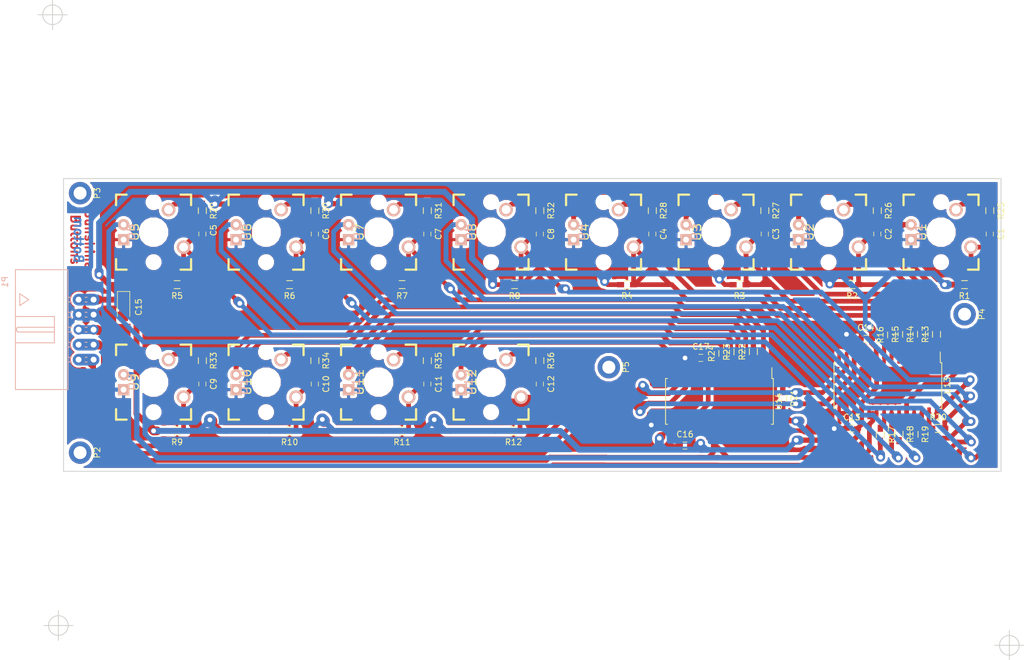
<source format=kicad_pcb>
(kicad_pcb (version 4) (host pcbnew 4.0.4-stable)
  (layers (0 F.Cu signal) (31 B.Cu signal) (34 B.Paste user) (35 F.Paste user) (36 B.SilkS user) (37 F.SilkS user) (38 B.Mask user) (39 F.Mask user) (44 Edge.Cuts user))
  (net 0 "")
  (net 1 /VDD)
  (net 2 "Net-(C1-Pad2)")
  (net 3 "Net-(C2-Pad2)")
  (net 4 "Net-(C3-Pad2)")
  (net 5 "Net-(C4-Pad2)")
  (net 6 "Net-(C5-Pad2)")
  (net 7 "Net-(C6-Pad2)")
  (net 8 "Net-(C7-Pad2)")
  (net 9 "Net-(C8-Pad2)")
  (net 10 "Net-(C9-Pad2)")
  (net 11 "Net-(C10-Pad2)")
  (net 12 "Net-(C11-Pad2)")
  (net 13 "Net-(C12-Pad2)")
  (net 14 /GND)
  (net 15 /S_CLK_L)
  (net 16 /S_DAT_L)
  (net 17 "Net-(R13-Pad1)")
  (net 18 "Net-(R14-Pad1)")
  (net 19 "Net-(R15-Pad1)")
  (net 20 "Net-(R16-Pad1)")
  (net 21 "Net-(R17-Pad1)")
  (net 22 "Net-(R18-Pad1)")
  (net 23 "Net-(R19-Pad1)")
  (net 24 "Net-(R20-Pad1)")
  (net 25 "Net-(R21-Pad1)")
  (net 26 "Net-(R22-Pad1)")
  (net 27 "Net-(R23-Pad1)")
  (net 28 "Net-(R24-Pad1)")
  (net 29 "Net-(D1-Pad1)")
  (net 30 "Net-(D2-Pad1)")
  (net 31 "Net-(D3-Pad1)")
  (net 32 "Net-(D4-Pad1)")
  (net 33 "Net-(D5-Pad1)")
  (net 34 "Net-(D6-Pad1)")
  (net 35 "Net-(D7-Pad1)")
  (net 36 "Net-(D8-Pad1)")
  (net 37 "Net-(D9-Pad1)")
  (net 38 "Net-(D10-Pad1)")
  (net 39 "Net-(D11-Pad1)")
  (net 40 "Net-(D12-Pad1)")
  (net 41 "Net-(R25-Pad1)")
  (net 42 "Net-(R26-Pad1)")
  (net 43 "Net-(R27-Pad1)")
  (net 44 "Net-(R28-Pad1)")
  (net 45 "Net-(R29-Pad1)")
  (net 46 "Net-(R30-Pad1)")
  (net 47 "Net-(R31-Pad1)")
  (net 48 "Net-(R32-Pad1)")
  (net 49 "Net-(R33-Pad1)")
  (net 50 "Net-(R34-Pad1)")
  (net 51 "Net-(R35-Pad1)")
  (net 52 "Net-(R36-Pad1)")
  (net 53 /INT)
  (net 54 "Net-(P2-Pad1)")
  (net 55 "Net-(P3-Pad1)")
  (net 56 "Net-(P4-Pad1)")
  (net 57 "Net-(U14-Pad21)")
  (net 58 "Net-(U14-Pad22)")
  (net 59 "Net-(U14-Pad23)")
  (net 60 "Net-(U14-Pad24)")
  (net 61 "Net-(U14-Pad25)")
  (net 62 "Net-(U14-Pad26)")
  (net 63 "Net-(U14-Pad27)")
  (net 64 "Net-(U14-Pad28)")
  (net 65 "Net-(P5-Pad1)")
  (module Housings_SOIC:SOIC-28W_7.5x17.9mm_Pitch1.27mm (layer F.Cu) (at 208.4692 87.7016 270)
    (fp_text reference U13 (at 0 -10.05 270) (layer F.SilkS))
    (fp_text value MCP23017)
    (pad 1 smd rect (at -4.7 -8.255 270) (size 2 0.6) (layers F.Cu F.Paste F.Mask) (net 17 "Net-(R13-Pad1)"))
    (pad 2 smd rect (at -4.7 -6.985 270) (size 2 0.6) (layers F.Cu F.Paste F.Mask) (net 2 "Net-(C1-Pad2)"))
    (pad 3 smd rect (at -4.7 -5.715 270) (size 2 0.6) (layers F.Cu F.Paste F.Mask) (net 18 "Net-(R14-Pad1)"))
    (pad 4 smd rect (at -4.7 -4.445 270) (size 2 0.6) (layers F.Cu F.Paste F.Mask) (net 3 "Net-(C2-Pad2)"))
    (pad 5 smd rect (at -4.7 -3.175 270) (size 2 0.6) (layers F.Cu F.Paste F.Mask) (net 19 "Net-(R15-Pad1)"))
    (pad 6 smd rect (at -4.7 -1.905 270) (size 2 0.6) (layers F.Cu F.Paste F.Mask) (net 4 "Net-(C3-Pad2)"))
    (pad 7 smd rect (at -4.7 -0.635 270) (size 2 0.6) (layers F.Cu F.Paste F.Mask) (net 20 "Net-(R16-Pad1)"))
    (pad 8 smd rect (at -4.7 0.635 270) (size 2 0.6) (layers F.Cu F.Paste F.Mask) (net 5 "Net-(C4-Pad2)"))
    (pad 9 smd rect (at -4.7 1.905 270) (size 2 0.6) (layers F.Cu F.Paste F.Mask) (net 1 /VDD))
    (pad 10 smd rect (at -4.7 3.175 270) (size 2 0.6) (layers F.Cu F.Paste F.Mask) (net 14 /GND))
    (pad 11 smd rect (at -4.7 4.445 270) (size 2 0.6) (layers F.Cu F.Paste F.Mask))
    (pad 12 smd rect (at -4.7 5.715 270) (size 2 0.6) (layers F.Cu F.Paste F.Mask) (net 15 /S_CLK_L))
    (pad 13 smd rect (at -4.7 6.985 270) (size 2 0.6) (layers F.Cu F.Paste F.Mask) (net 16 /S_DAT_L))
    (pad 14 smd rect (at -4.7 8.255 270) (size 2 0.6) (layers F.Cu F.Paste F.Mask))
    (pad 15 smd rect (at 4.7 8.255 270) (size 2 0.6) (layers F.Cu F.Paste F.Mask) (net 14 /GND))
    (pad 16 smd rect (at 4.7 6.985 270) (size 2 0.6) (layers F.Cu F.Paste F.Mask) (net 14 /GND))
    (pad 17 smd rect (at 4.7 5.715 270) (size 2 0.6) (layers F.Cu F.Paste F.Mask) (net 14 /GND))
    (pad 18 smd rect (at 4.7 4.445 270) (size 2 0.6) (layers F.Cu F.Paste F.Mask) (net 1 /VDD))
    (pad 19 smd rect (at 4.7 3.175 270) (size 2 0.6) (layers F.Cu F.Paste F.Mask) (net 53 /INT))
    (pad 20 smd rect (at 4.7 1.905 270) (size 2 0.6) (layers F.Cu F.Paste F.Mask) (net 53 /INT))
    (pad 21 smd rect (at 4.7 0.635 270) (size 2 0.6) (layers F.Cu F.Paste F.Mask) (net 21 "Net-(R17-Pad1)"))
    (pad 22 smd rect (at 4.7 -0.635 270) (size 2 0.6) (layers F.Cu F.Paste F.Mask) (net 6 "Net-(C5-Pad2)"))
    (pad 23 smd rect (at 4.7 -1.905 270) (size 2 0.6) (layers F.Cu F.Paste F.Mask) (net 22 "Net-(R18-Pad1)"))
    (pad 24 smd rect (at 4.7 -3.175 270) (size 2 0.6) (layers F.Cu F.Paste F.Mask) (net 7 "Net-(C6-Pad2)"))
    (pad 25 smd rect (at 4.7 -4.445 270) (size 2 0.6) (layers F.Cu F.Paste F.Mask) (net 23 "Net-(R19-Pad1)"))
    (pad 26 smd rect (at 4.7 -5.715 270) (size 2 0.6) (layers F.Cu F.Paste F.Mask) (net 8 "Net-(C7-Pad2)"))
    (pad 27 smd rect (at 4.7 -6.985 270) (size 2 0.6) (layers F.Cu F.Paste F.Mask) (net 24 "Net-(R20-Pad1)"))
    (pad 28 smd rect (at 4.7 -8.255 270) (size 2 0.6) (layers F.Cu F.Paste F.Mask) (net 9 "Net-(C8-Pad2)"))
  )
  (module Resistors_SMD:R_0603_HandSoldering (layer F.Cu) (at 149.5292 83.4816 270)
    (fp_text reference R36 (at 0 -1.9 270) (layer F.SilkS))
    (fp_text value 220)
    (pad 1 smd rect (at -1.1 0 270) (size 1.2 0.9) (layers F.Cu F.Paste F.Mask) (net 52 "Net-(R36-Pad1)"))
    (pad 2 smd rect (at 1.1 0 270) (size 1.2 0.9) (layers F.Cu F.Paste F.Mask) (net 14 /GND))
  )
  (module Keyboard:CHERRY_PCB_100H (layer F.Cu) (at 103.1742 87.1216 270)
    (fp_text reference U10 (at 0 3.175 270) (layer F.SilkS) (effects (font (size 1.27 1.524) (thickness 0.2032))))
    (fp_text value CHERRY-MX hide)
    (pad 1 thru_hole circle (at 2.54 -5.08 270) (size 2.286 2.286) (drill 1.4986) (layers *.Cu *.SilkS *.Mask) (net 11 "Net-(C10-Pad2)"))
    (pad 2 thru_hole circle (at -3.81 -2.54 270) (size 2.286 2.286) (drill 1.4986) (layers *.Cu *.SilkS *.Mask) (net 50 "Net-(R34-Pad1)"))
    (pad HOLE np_thru_hole circle (at 0 0 270) (size 3.9878 3.9878) (drill 3.9878) (layers *.Cu))
    (pad HOLE np_thru_hole circle (at -5.08 0 270) (size 1.7018 1.7018) (drill 1.7018) (layers *.Cu))
    (pad HOLE np_thru_hole circle (at 5.08 0 270) (size 1.7018 1.7018) (drill 1.7018) (layers *.Cu))
  )
  (module Capacitors_SMD:C_0603_HandSoldering (layer F.Cu) (at 92.3792 62.0416 270)
    (fp_text reference C5 (at -0.635 -1.9 270) (layer F.SilkS))
    (fp_text value 100n)
    (pad 1 smd rect (at -0.95 0 270) (size 1.2 0.75) (layers F.Cu F.Paste F.Mask) (net 14 /GND))
    (pad 2 smd rect (at 0.95 0 270) (size 1.2 0.75) (layers F.Cu F.Paste F.Mask) (net 6 "Net-(C5-Pad2)"))
  )
  (module Keyboard:CHERRY_PCB_100H (layer F.Cu) (at 198.4242 61.7216 270)
    (fp_text reference U2 (at 0 3.175 270) (layer F.SilkS) (effects (font (size 1.27 1.524) (thickness 0.2032))))
    (fp_text value CHERRY-MX hide)
    (pad 1 thru_hole circle (at 2.54 -5.08 270) (size 2.286 2.286) (drill 1.4986) (layers *.Cu *.SilkS *.Mask) (net 3 "Net-(C2-Pad2)"))
    (pad 2 thru_hole circle (at -3.81 -2.54 270) (size 2.286 2.286) (drill 1.4986) (layers *.Cu *.SilkS *.Mask) (net 42 "Net-(R26-Pad1)"))
    (pad HOLE np_thru_hole circle (at 0 0 270) (size 3.9878 3.9878) (drill 3.9878) (layers *.Cu))
    (pad HOLE np_thru_hole circle (at -5.08 0 270) (size 1.7018 1.7018) (drill 1.7018) (layers *.Cu))
    (pad HOLE np_thru_hole circle (at 5.08 0 270) (size 1.7018 1.7018) (drill 1.7018) (layers *.Cu))
  )
  (module Keyboard:CHERRY_PCB_100H (layer F.Cu) (at 141.2742 61.7216 270)
    (fp_text reference U8 (at 0 3.175 270) (layer F.SilkS) (effects (font (size 1.27 1.524) (thickness 0.2032))))
    (fp_text value CHERRY-MX hide)
    (pad 1 thru_hole circle (at 2.54 -5.08 270) (size 2.286 2.286) (drill 1.4986) (layers *.Cu *.SilkS *.Mask) (net 9 "Net-(C8-Pad2)"))
    (pad 2 thru_hole circle (at -3.81 -2.54 270) (size 2.286 2.286) (drill 1.4986) (layers *.Cu *.SilkS *.Mask) (net 48 "Net-(R32-Pad1)"))
    (pad HOLE np_thru_hole circle (at 0 0 270) (size 3.9878 3.9878) (drill 3.9878) (layers *.Cu))
    (pad HOLE np_thru_hole circle (at -5.08 0 270) (size 1.7018 1.7018) (drill 1.7018) (layers *.Cu))
    (pad HOLE np_thru_hole circle (at 5.08 0 270) (size 1.7018 1.7018) (drill 1.7018) (layers *.Cu))
  )
  (module Keyboard:CHERRY_PCB_100H (layer F.Cu) (at 179.3742 61.7216 270)
    (fp_text reference U3 (at 0 3.175 270) (layer F.SilkS) (effects (font (size 1.27 1.524) (thickness 0.2032))))
    (fp_text value CHERRY-MX hide)
    (pad 1 thru_hole circle (at 2.54 -5.08 270) (size 2.286 2.286) (drill 1.4986) (layers *.Cu *.SilkS *.Mask) (net 4 "Net-(C3-Pad2)"))
    (pad 2 thru_hole circle (at -3.81 -2.54 270) (size 2.286 2.286) (drill 1.4986) (layers *.Cu *.SilkS *.Mask) (net 43 "Net-(R27-Pad1)"))
    (pad HOLE np_thru_hole circle (at 0 0 270) (size 3.9878 3.9878) (drill 3.9878) (layers *.Cu))
    (pad HOLE np_thru_hole circle (at -5.08 0 270) (size 1.7018 1.7018) (drill 1.7018) (layers *.Cu))
    (pad HOLE np_thru_hole circle (at 5.08 0 270) (size 1.7018 1.7018) (drill 1.7018) (layers *.Cu))
  )
  (module Capacitors_SMD:C_0603_HandSoldering (layer F.Cu) (at 225.7292 62.0366 270)
    (fp_text reference C1 (at 0 -1.9 270) (layer F.SilkS))
    (fp_text value 100n)
    (pad 1 smd rect (at -0.95 0 270) (size 1.2 0.75) (layers F.Cu F.Paste F.Mask) (net 14 /GND))
    (pad 2 smd rect (at 0.95 0 270) (size 1.2 0.75) (layers F.Cu F.Paste F.Mask) (net 2 "Net-(C1-Pad2)"))
  )
  (module Capacitors_SMD:C_0603_HandSoldering (layer F.Cu) (at 206.6792 62.0366 270)
    (fp_text reference C2 (at 0 -1.9 270) (layer F.SilkS))
    (fp_text value 100n)
    (pad 1 smd rect (at -0.95 0 270) (size 1.2 0.75) (layers F.Cu F.Paste F.Mask) (net 14 /GND))
    (pad 2 smd rect (at 0.95 0 270) (size 1.2 0.75) (layers F.Cu F.Paste F.Mask) (net 3 "Net-(C2-Pad2)"))
  )
  (module Capacitors_SMD:C_0603_HandSoldering (layer F.Cu) (at 187.6292 62.0416 270)
    (fp_text reference C3 (at 0 -1.9 270) (layer F.SilkS))
    (fp_text value 100n)
    (pad 1 smd rect (at -0.95 0 270) (size 1.2 0.75) (layers F.Cu F.Paste F.Mask) (net 14 /GND))
    (pad 2 smd rect (at 0.95 0 270) (size 1.2 0.75) (layers F.Cu F.Paste F.Mask) (net 4 "Net-(C3-Pad2)"))
  )
  (module Capacitors_SMD:C_0603_HandSoldering (layer F.Cu) (at 168.5792 62.0416 270)
    (fp_text reference C4 (at 0 -1.9 270) (layer F.SilkS))
    (fp_text value 100n)
    (pad 1 smd rect (at -0.95 0 270) (size 1.2 0.75) (layers F.Cu F.Paste F.Mask) (net 14 /GND))
    (pad 2 smd rect (at 0.95 0 270) (size 1.2 0.75) (layers F.Cu F.Paste F.Mask) (net 5 "Net-(C4-Pad2)"))
  )
  (module Capacitors_SMD:C_0603_HandSoldering (layer F.Cu) (at 111.4292 62.0416 270)
    (fp_text reference C6 (at 0 -1.9 270) (layer F.SilkS))
    (fp_text value 100n)
    (pad 1 smd rect (at -0.95 0 270) (size 1.2 0.75) (layers F.Cu F.Paste F.Mask) (net 14 /GND))
    (pad 2 smd rect (at 0.95 0 270) (size 1.2 0.75) (layers F.Cu F.Paste F.Mask) (net 7 "Net-(C6-Pad2)"))
  )
  (module Capacitors_SMD:C_0603_HandSoldering (layer F.Cu) (at 130.4792 62.0416 270)
    (fp_text reference C7 (at 0 -1.9 270) (layer F.SilkS))
    (fp_text value 100n)
    (pad 1 smd rect (at -0.95 0 270) (size 1.2 0.75) (layers F.Cu F.Paste F.Mask) (net 14 /GND))
    (pad 2 smd rect (at 0.95 0 270) (size 1.2 0.75) (layers F.Cu F.Paste F.Mask) (net 8 "Net-(C7-Pad2)"))
  )
  (module Capacitors_SMD:C_0603_HandSoldering (layer F.Cu) (at 149.5292 62.0416 270)
    (fp_text reference C8 (at 0 -1.9 270) (layer F.SilkS))
    (fp_text value 100n)
    (pad 1 smd rect (at -0.95 0 270) (size 1.2 0.75) (layers F.Cu F.Paste F.Mask) (net 14 /GND))
    (pad 2 smd rect (at 0.95 0 270) (size 1.2 0.75) (layers F.Cu F.Paste F.Mask) (net 9 "Net-(C8-Pad2)"))
  )
  (module Capacitors_SMD:C_0603_HandSoldering (layer F.Cu) (at 92.3792 87.4416 270)
    (fp_text reference C9 (at 0 -1.9 270) (layer F.SilkS))
    (fp_text value 100n)
    (pad 1 smd rect (at -0.95 0 270) (size 1.2 0.75) (layers F.Cu F.Paste F.Mask) (net 14 /GND))
    (pad 2 smd rect (at 0.95 0 270) (size 1.2 0.75) (layers F.Cu F.Paste F.Mask) (net 10 "Net-(C9-Pad2)"))
  )
  (module Capacitors_SMD:C_0603_HandSoldering (layer F.Cu) (at 111.4292 87.4416 270)
    (fp_text reference C10 (at 0 -1.9 450) (layer F.SilkS))
    (fp_text value 100n)
    (pad 1 smd rect (at -0.95 0 270) (size 1.2 0.75) (layers F.Cu F.Paste F.Mask) (net 14 /GND))
    (pad 2 smd rect (at 0.95 0 270) (size 1.2 0.75) (layers F.Cu F.Paste F.Mask) (net 11 "Net-(C10-Pad2)"))
  )
  (module Capacitors_SMD:C_0603_HandSoldering (layer F.Cu) (at 130.4792 87.4416 270)
    (fp_text reference C11 (at 0 -1.9 270) (layer F.SilkS))
    (fp_text value 100n)
    (pad 1 smd rect (at -0.95 0 270) (size 1.2 0.75) (layers F.Cu F.Paste F.Mask) (net 14 /GND))
    (pad 2 smd rect (at 0.95 0 270) (size 1.2 0.75) (layers F.Cu F.Paste F.Mask) (net 12 "Net-(C11-Pad2)"))
  )
  (module Capacitors_SMD:C_0603_HandSoldering (layer F.Cu) (at 149.5292 87.4416 270)
    (fp_text reference C12 (at 0 -1.9 270) (layer F.SilkS))
    (fp_text value 100n)
    (pad 1 smd rect (at -0.95 0 270) (size 1.2 0.75) (layers F.Cu F.Paste F.Mask) (net 14 /GND))
    (pad 2 smd rect (at 0.95 0 270) (size 1.2 0.75) (layers F.Cu F.Paste F.Mask) (net 13 "Net-(C12-Pad2)"))
  )
  (module Capacitors_SMD:C_0603_HandSoldering (layer F.Cu) (at 202.3842 94.9716)
    (fp_text reference C13 (at 0 -1.9) (layer F.SilkS))
    (fp_text value 100n)
    (pad 1 smd rect (at -0.95 0) (size 1.2 0.75) (layers F.Cu F.Paste F.Mask) (net 14 /GND))
    (pad 2 smd rect (at 0.95 0) (size 1.2 0.75) (layers F.Cu F.Paste F.Mask) (net 1 /VDD))
  )
  (module Capacitors_SMD:C_0603_HandSoldering (layer F.Cu) (at 204.7442 79.7916)
    (fp_text reference C14 (at 0 -1.9) (layer F.SilkS))
    (fp_text value 100n)
    (pad 1 smd rect (at -0.95 0) (size 1.2 0.75) (layers F.Cu F.Paste F.Mask) (net 14 /GND))
    (pad 2 smd rect (at 0.95 0) (size 1.2 0.75) (layers F.Cu F.Paste F.Mask) (net 1 /VDD))
  )
  (module Keyboard:CHERRY_MX_LED (layer F.Cu) (at 217.4742 61.7216 270)
    (fp_text reference D1 (at 0 3.81 450) (layer B.SilkS) (effects (font (size 1.27 1.524) (thickness 0.2032))))
    (fp_text value LED_Small_ALT hide)
    (pad 1 thru_hole circle (at -1.27 5.08 270) (size 1.905 1.905) (drill 0.9906) (layers *.Cu *.SilkS *.Mask) (net 29 "Net-(D1-Pad1)"))
    (pad 2 thru_hole rect (at 1.27 5.08 270) (size 1.905 1.905) (drill 0.9906) (layers *.Cu *.SilkS *.Mask) (net 14 /GND))
  )
  (module Keyboard:CHERRY_MX_LED (layer F.Cu) (at 198.4242 61.7216 270)
    (fp_text reference D2 (at 0 3.81 270) (layer B.SilkS) (effects (font (size 1.27 1.524) (thickness 0.2032))))
    (fp_text value LED_Small_ALT hide)
    (pad 1 thru_hole circle (at -1.27 5.08 270) (size 1.905 1.905) (drill 0.9906) (layers *.Cu *.SilkS *.Mask) (net 30 "Net-(D2-Pad1)"))
    (pad 2 thru_hole rect (at 1.27 5.08 270) (size 1.905 1.905) (drill 0.9906) (layers *.Cu *.SilkS *.Mask) (net 14 /GND))
  )
  (module Keyboard:CHERRY_MX_LED (layer F.Cu) (at 179.3742 61.7216 270)
    (fp_text reference D3 (at 0 3.81 270) (layer B.SilkS) (effects (font (size 1.27 1.524) (thickness 0.2032))))
    (fp_text value LED_Small_ALT hide)
    (pad 1 thru_hole circle (at -1.27 5.08 270) (size 1.905 1.905) (drill 0.9906) (layers *.Cu *.SilkS *.Mask) (net 31 "Net-(D3-Pad1)"))
    (pad 2 thru_hole rect (at 1.27 5.08 270) (size 1.905 1.905) (drill 0.9906) (layers *.Cu *.SilkS *.Mask) (net 14 /GND))
  )
  (module Keyboard:CHERRY_MX_LED (layer F.Cu) (at 160.3242 61.7216 270)
    (fp_text reference D4 (at 0 3.81 270) (layer B.SilkS) (effects (font (size 1.27 1.524) (thickness 0.2032))))
    (fp_text value LED_Small_ALT hide)
    (pad 1 thru_hole circle (at -1.27 5.08 270) (size 1.905 1.905) (drill 0.9906) (layers *.Cu *.SilkS *.Mask) (net 32 "Net-(D4-Pad1)"))
    (pad 2 thru_hole rect (at 1.27 5.08 270) (size 1.905 1.905) (drill 0.9906) (layers *.Cu *.SilkS *.Mask) (net 14 /GND))
  )
  (module Keyboard:CHERRY_MX_LED (layer F.Cu) (at 84.1242 61.7216 270)
    (fp_text reference D5 (at 0 3.81 270) (layer B.SilkS) (effects (font (size 1.27 1.524) (thickness 0.2032))))
    (fp_text value LED_Small_ALT hide)
    (pad 1 thru_hole circle (at -1.27 5.08 270) (size 1.905 1.905) (drill 0.9906) (layers *.Cu *.SilkS *.Mask) (net 33 "Net-(D5-Pad1)"))
    (pad 2 thru_hole rect (at 1.27 5.08 270) (size 1.905 1.905) (drill 0.9906) (layers *.Cu *.SilkS *.Mask) (net 14 /GND))
  )
  (module Keyboard:CHERRY_MX_LED (layer F.Cu) (at 103.1742 61.7216 270)
    (fp_text reference D6 (at 0 3.81 270) (layer B.SilkS) (effects (font (size 1.27 1.524) (thickness 0.2032))))
    (fp_text value LED_Small_ALT hide)
    (pad 1 thru_hole circle (at -1.27 5.08 270) (size 1.905 1.905) (drill 0.9906) (layers *.Cu *.SilkS *.Mask) (net 34 "Net-(D6-Pad1)"))
    (pad 2 thru_hole rect (at 1.27 5.08 270) (size 1.905 1.905) (drill 0.9906) (layers *.Cu *.SilkS *.Mask) (net 14 /GND))
  )
  (module Keyboard:CHERRY_MX_LED (layer F.Cu) (at 122.2242 61.7216 270)
    (fp_text reference D7 (at 0 3.81 270) (layer B.SilkS) (effects (font (size 1.27 1.524) (thickness 0.2032))))
    (fp_text value LED_Small_ALT hide)
    (pad 1 thru_hole circle (at -1.27 5.08 270) (size 1.905 1.905) (drill 0.9906) (layers *.Cu *.SilkS *.Mask) (net 35 "Net-(D7-Pad1)"))
    (pad 2 thru_hole rect (at 1.27 5.08 270) (size 1.905 1.905) (drill 0.9906) (layers *.Cu *.SilkS *.Mask) (net 14 /GND))
  )
  (module Keyboard:CHERRY_MX_LED (layer F.Cu) (at 141.2742 61.7216 270)
    (fp_text reference D8 (at 0 3.81 270) (layer B.SilkS) (effects (font (size 1.27 1.524) (thickness 0.2032))))
    (fp_text value LED_Small_ALT hide)
    (pad 1 thru_hole circle (at -1.27 5.08 270) (size 1.905 1.905) (drill 0.9906) (layers *.Cu *.SilkS *.Mask) (net 36 "Net-(D8-Pad1)"))
    (pad 2 thru_hole rect (at 1.27 5.08 270) (size 1.905 1.905) (drill 0.9906) (layers *.Cu *.SilkS *.Mask) (net 14 /GND))
  )
  (module Keyboard:CHERRY_MX_LED (layer F.Cu) (at 84.1242 87.1216 270)
    (fp_text reference D9 (at 0 3.81 270) (layer B.SilkS) (effects (font (size 1.27 1.524) (thickness 0.2032))))
    (fp_text value LED_Small_ALT hide)
    (pad 1 thru_hole circle (at -1.27 5.08 270) (size 1.905 1.905) (drill 0.9906) (layers *.Cu *.SilkS *.Mask) (net 37 "Net-(D9-Pad1)"))
    (pad 2 thru_hole rect (at 1.27 5.08 270) (size 1.905 1.905) (drill 0.9906) (layers *.Cu *.SilkS *.Mask) (net 14 /GND))
  )
  (module Keyboard:CHERRY_MX_LED (layer F.Cu) (at 103.1742 87.1216 270)
    (fp_text reference D10 (at 0 3.81 270) (layer B.SilkS) (effects (font (size 1.27 1.524) (thickness 0.2032))))
    (fp_text value LED_Small_ALT hide)
    (pad 1 thru_hole circle (at -1.27 5.08 270) (size 1.905 1.905) (drill 0.9906) (layers *.Cu *.SilkS *.Mask) (net 38 "Net-(D10-Pad1)"))
    (pad 2 thru_hole rect (at 1.27 5.08 270) (size 1.905 1.905) (drill 0.9906) (layers *.Cu *.SilkS *.Mask) (net 14 /GND))
  )
  (module Keyboard:CHERRY_MX_LED (layer F.Cu) (at 122.2242 87.1216 270)
    (fp_text reference D11 (at 0 3.81 270) (layer B.SilkS) (effects (font (size 1.27 1.524) (thickness 0.2032))))
    (fp_text value LED_Small_ALT hide)
    (pad 1 thru_hole circle (at -1.27 5.08 270) (size 1.905 1.905) (drill 0.9906) (layers *.Cu *.SilkS *.Mask) (net 39 "Net-(D11-Pad1)"))
    (pad 2 thru_hole rect (at 1.27 5.08 270) (size 1.905 1.905) (drill 0.9906) (layers *.Cu *.SilkS *.Mask) (net 14 /GND))
  )
  (module Keyboard:CHERRY_MX_LED (layer F.Cu) (at 141.2742 87.1216 270)
    (fp_text reference D12 (at 0 3.81 270) (layer B.SilkS) (effects (font (size 1.27 1.524) (thickness 0.2032))))
    (fp_text value LED_Small_ALT hide)
    (pad 1 thru_hole circle (at -1.27 5.08 270) (size 1.905 1.905) (drill 0.9906) (layers *.Cu *.SilkS *.Mask) (net 40 "Net-(D12-Pad1)"))
    (pad 2 thru_hole rect (at 1.27 5.08 270) (size 1.905 1.905) (drill 0.9906) (layers *.Cu *.SilkS *.Mask) (net 14 /GND))
  )
  (module Resistors_SMD:R_0603_HandSoldering (layer F.Cu) (at 221.4542 70.6116 180)
    (fp_text reference R1 (at 0 -1.9 180) (layer F.SilkS))
    (fp_text value 10k)
    (pad 1 smd rect (at -1.1 0 180) (size 1.2 0.9) (layers F.Cu F.Paste F.Mask) (net 2 "Net-(C1-Pad2)"))
    (pad 2 smd rect (at 1.1 0 180) (size 1.2 0.9) (layers F.Cu F.Paste F.Mask) (net 1 /VDD))
  )
  (module Resistors_SMD:R_0603_HandSoldering (layer F.Cu) (at 202.4042 70.6116 180)
    (fp_text reference R2 (at 0 -1.9 180) (layer F.SilkS))
    (fp_text value 10k)
    (pad 1 smd rect (at -1.1 0 180) (size 1.2 0.9) (layers F.Cu F.Paste F.Mask) (net 3 "Net-(C2-Pad2)"))
    (pad 2 smd rect (at 1.1 0 180) (size 1.2 0.9) (layers F.Cu F.Paste F.Mask) (net 1 /VDD))
  )
  (module Resistors_SMD:R_0603_HandSoldering (layer F.Cu) (at 183.3542 70.6116 180)
    (fp_text reference R3 (at 0 -1.9 180) (layer F.SilkS))
    (fp_text value 10k)
    (pad 1 smd rect (at -1.1 0 180) (size 1.2 0.9) (layers F.Cu F.Paste F.Mask) (net 4 "Net-(C3-Pad2)"))
    (pad 2 smd rect (at 1.1 0 180) (size 1.2 0.9) (layers F.Cu F.Paste F.Mask) (net 1 /VDD))
  )
  (module Resistors_SMD:R_0603_HandSoldering (layer F.Cu) (at 164.3042 70.6116 180)
    (fp_text reference R4 (at 0 -1.9 180) (layer F.SilkS))
    (fp_text value 10k)
    (pad 1 smd rect (at -1.1 0 180) (size 1.2 0.9) (layers F.Cu F.Paste F.Mask) (net 5 "Net-(C4-Pad2)"))
    (pad 2 smd rect (at 1.1 0 180) (size 1.2 0.9) (layers F.Cu F.Paste F.Mask) (net 1 /VDD))
  )
  (module Resistors_SMD:R_0603_HandSoldering (layer F.Cu) (at 88.1042 70.6116 180)
    (fp_text reference R5 (at 0 -1.9 180) (layer F.SilkS))
    (fp_text value 10k)
    (pad 1 smd rect (at -1.1 0 180) (size 1.2 0.9) (layers F.Cu F.Paste F.Mask) (net 6 "Net-(C5-Pad2)"))
    (pad 2 smd rect (at 1.1 0 180) (size 1.2 0.9) (layers F.Cu F.Paste F.Mask) (net 1 /VDD))
  )
  (module Resistors_SMD:R_0603_HandSoldering (layer F.Cu) (at 107.1542 70.6116 180)
    (fp_text reference R6 (at 0 -1.9 180) (layer F.SilkS))
    (fp_text value 10k)
    (pad 1 smd rect (at -1.1 0 180) (size 1.2 0.9) (layers F.Cu F.Paste F.Mask) (net 7 "Net-(C6-Pad2)"))
    (pad 2 smd rect (at 1.1 0 180) (size 1.2 0.9) (layers F.Cu F.Paste F.Mask) (net 1 /VDD))
  )
  (module Resistors_SMD:R_0603_HandSoldering (layer F.Cu) (at 126.2042 70.6116 180)
    (fp_text reference R7 (at 0 -1.9 180) (layer F.SilkS))
    (fp_text value 10k)
    (pad 1 smd rect (at -1.1 0 180) (size 1.2 0.9) (layers F.Cu F.Paste F.Mask) (net 8 "Net-(C7-Pad2)"))
    (pad 2 smd rect (at 1.1 0 180) (size 1.2 0.9) (layers F.Cu F.Paste F.Mask) (net 1 /VDD))
  )
  (module Resistors_SMD:R_0603_HandSoldering (layer F.Cu) (at 145.2542 70.6116 180)
    (fp_text reference R8 (at 0 -1.9 180) (layer F.SilkS))
    (fp_text value 10k)
    (pad 1 smd rect (at -1.1 0 180) (size 1.2 0.9) (layers F.Cu F.Paste F.Mask) (net 9 "Net-(C8-Pad2)"))
    (pad 2 smd rect (at 1.1 0 180) (size 1.2 0.9) (layers F.Cu F.Paste F.Mask) (net 1 /VDD))
  )
  (module Resistors_SMD:R_0603_HandSoldering (layer F.Cu) (at 88.1042 95.3766 180)
    (fp_text reference R9 (at 0 -1.9 180) (layer F.SilkS))
    (fp_text value 10k)
    (pad 1 smd rect (at -1.1 0 180) (size 1.2 0.9) (layers F.Cu F.Paste F.Mask) (net 10 "Net-(C9-Pad2)"))
    (pad 2 smd rect (at 1.1 0 180) (size 1.2 0.9) (layers F.Cu F.Paste F.Mask) (net 1 /VDD))
  )
  (module Resistors_SMD:R_0603_HandSoldering (layer F.Cu) (at 107.1542 95.3766 180)
    (fp_text reference R10 (at 0 -1.9 180) (layer F.SilkS))
    (fp_text value 10k)
    (pad 1 smd rect (at -1.1 0 180) (size 1.2 0.9) (layers F.Cu F.Paste F.Mask) (net 11 "Net-(C10-Pad2)"))
    (pad 2 smd rect (at 1.1 0 180) (size 1.2 0.9) (layers F.Cu F.Paste F.Mask) (net 1 /VDD))
  )
  (module Resistors_SMD:R_0603_HandSoldering (layer F.Cu) (at 126.2042 95.3766 180)
    (fp_text reference R11 (at 0 -1.9 180) (layer F.SilkS))
    (fp_text value 10k)
    (pad 1 smd rect (at -1.1 0 180) (size 1.2 0.9) (layers F.Cu F.Paste F.Mask) (net 12 "Net-(C11-Pad2)"))
    (pad 2 smd rect (at 1.1 0 180) (size 1.2 0.9) (layers F.Cu F.Paste F.Mask) (net 1 /VDD))
  )
  (module Resistors_SMD:R_0603_HandSoldering (layer F.Cu) (at 145.0842 95.3766 180)
    (fp_text reference R12 (at 0 -1.9 180) (layer F.SilkS))
    (fp_text value 10k)
    (pad 1 smd rect (at -1.1 0 180) (size 1.2 0.9) (layers F.Cu F.Paste F.Mask) (net 13 "Net-(C12-Pad2)"))
    (pad 2 smd rect (at 1.1 0 180) (size 1.2 0.9) (layers F.Cu F.Paste F.Mask) (net 1 /VDD))
  )
  (module Resistors_SMD:R_0603_HandSoldering (layer F.Cu) (at 216.7142 79.0316 90)
    (fp_text reference R13 (at 0 -1.9 90) (layer F.SilkS))
    (fp_text value 100)
    (pad 1 smd rect (at -1.1 0 90) (size 1.2 0.9) (layers F.Cu F.Paste F.Mask) (net 17 "Net-(R13-Pad1)"))
    (pad 2 smd rect (at 1.1 0 90) (size 1.2 0.9) (layers F.Cu F.Paste F.Mask) (net 29 "Net-(D1-Pad1)"))
  )
  (module Resistors_SMD:R_0603_HandSoldering (layer F.Cu) (at 214.1742 79.0116 90)
    (fp_text reference R14 (at 0 -1.9 90) (layer F.SilkS))
    (fp_text value 100)
    (pad 1 smd rect (at -1.1 0 90) (size 1.2 0.9) (layers F.Cu F.Paste F.Mask) (net 18 "Net-(R14-Pad1)"))
    (pad 2 smd rect (at 1.1 0 90) (size 1.2 0.9) (layers F.Cu F.Paste F.Mask) (net 30 "Net-(D2-Pad1)"))
  )
  (module Resistors_SMD:R_0603_HandSoldering (layer F.Cu) (at 211.6442 79.0316 90)
    (fp_text reference R15 (at 0 -1.9 90) (layer F.SilkS))
    (fp_text value 100)
    (pad 1 smd rect (at -1.1 0 90) (size 1.2 0.9) (layers F.Cu F.Paste F.Mask) (net 19 "Net-(R15-Pad1)"))
    (pad 2 smd rect (at 1.1 0 90) (size 1.2 0.9) (layers F.Cu F.Paste F.Mask) (net 31 "Net-(D3-Pad1)"))
  )
  (module Resistors_SMD:R_0603_HandSoldering (layer F.Cu) (at 209.1042 79.1216 90)
    (fp_text reference R16 (at 0 -1.9 90) (layer F.SilkS))
    (fp_text value 100)
    (pad 1 smd rect (at -1.1 0 90) (size 1.2 0.9) (layers F.Cu F.Paste F.Mask) (net 20 "Net-(R16-Pad1)"))
    (pad 2 smd rect (at 1.1 0 90) (size 1.2 0.9) (layers F.Cu F.Paste F.Mask) (net 32 "Net-(D4-Pad1)"))
  )
  (module Resistors_SMD:R_0603_HandSoldering (layer F.Cu) (at 207.1942 96.0316 270)
    (fp_text reference R17 (at 0 -1.9 270) (layer F.SilkS))
    (fp_text value 100)
    (pad 1 smd rect (at -1.1 0 270) (size 1.2 0.9) (layers F.Cu F.Paste F.Mask) (net 21 "Net-(R17-Pad1)"))
    (pad 2 smd rect (at 1.1 0 270) (size 1.2 0.9) (layers F.Cu F.Paste F.Mask) (net 33 "Net-(D5-Pad1)"))
  )
  (module Resistors_SMD:R_0603_HandSoldering (layer F.Cu) (at 210.3642 95.9316 270)
    (fp_text reference R18 (at 0 -1.9 270) (layer F.SilkS))
    (fp_text value 100)
    (pad 1 smd rect (at -1.1 0 270) (size 1.2 0.9) (layers F.Cu F.Paste F.Mask) (net 22 "Net-(R18-Pad1)"))
    (pad 2 smd rect (at 1.1 0 270) (size 1.2 0.9) (layers F.Cu F.Paste F.Mask) (net 34 "Net-(D6-Pad1)"))
  )
  (module Resistors_SMD:R_0603_HandSoldering (layer F.Cu) (at 212.9042 95.9516 270)
    (fp_text reference R19 (at 0 -1.9 270) (layer F.SilkS))
    (fp_text value 100)
    (pad 1 smd rect (at -1.1 0 270) (size 1.2 0.9) (layers F.Cu F.Paste F.Mask) (net 23 "Net-(R19-Pad1)"))
    (pad 2 smd rect (at 1.1 0 270) (size 1.2 0.9) (layers F.Cu F.Paste F.Mask) (net 35 "Net-(D7-Pad1)"))
  )
  (module Resistors_SMD:R_0603_HandSoldering (layer F.Cu) (at 217 94.96)
    (fp_text reference R20 (at 0 -1.9) (layer F.SilkS))
    (fp_text value 100)
    (pad 1 smd rect (at -1.1 0) (size 1.2 0.9) (layers F.Cu F.Paste F.Mask) (net 24 "Net-(R20-Pad1)"))
    (pad 2 smd rect (at 1.1 0) (size 1.2 0.9) (layers F.Cu F.Paste F.Mask) (net 36 "Net-(D8-Pad1)"))
  )
  (module Resistors_SMD:R_0603_HandSoldering (layer F.Cu) (at 190.67 89.83 270)
    (fp_text reference R21 (at 0 -1.9 270) (layer F.SilkS))
    (fp_text value 100)
    (pad 1 smd rect (at -1.1 0 270) (size 1.2 0.9) (layers F.Cu F.Paste F.Mask) (net 25 "Net-(R21-Pad1)"))
    (pad 2 smd rect (at 1.1 0 270) (size 1.2 0.9) (layers F.Cu F.Paste F.Mask) (net 37 "Net-(D9-Pad1)"))
  )
  (module Resistors_SMD:R_0603_HandSoldering (layer F.Cu) (at 185.6942 81.9816 90)
    (fp_text reference R22 (at 0 -1.9 90) (layer F.SilkS))
    (fp_text value 100)
    (pad 1 smd rect (at -1.1 0 90) (size 1.2 0.9) (layers F.Cu F.Paste F.Mask) (net 26 "Net-(R22-Pad1)"))
    (pad 2 smd rect (at 1.1 0 90) (size 1.2 0.9) (layers F.Cu F.Paste F.Mask) (net 38 "Net-(D10-Pad1)"))
  )
  (module Resistors_SMD:R_0603_HandSoldering (layer F.Cu) (at 183.0842 82.0216 90)
    (fp_text reference R23 (at 0 -1.9 90) (layer F.SilkS))
    (fp_text value 100)
    (pad 1 smd rect (at -1.1 0 90) (size 1.2 0.9) (layers F.Cu F.Paste F.Mask) (net 27 "Net-(R23-Pad1)"))
    (pad 2 smd rect (at 1.1 0 90) (size 1.2 0.9) (layers F.Cu F.Paste F.Mask) (net 39 "Net-(D11-Pad1)"))
  )
  (module Resistors_SMD:R_0603_HandSoldering (layer F.Cu) (at 180.5242 82.2516 90)
    (fp_text reference R24 (at 0 -1.9 90) (layer F.SilkS))
    (fp_text value 100)
    (pad 1 smd rect (at -1.1 0 90) (size 1.2 0.9) (layers F.Cu F.Paste F.Mask) (net 28 "Net-(R24-Pad1)"))
    (pad 2 smd rect (at 1.1 0 90) (size 1.2 0.9) (layers F.Cu F.Paste F.Mask) (net 40 "Net-(D12-Pad1)"))
  )
  (module Keyboard:CHERRY_PCB_100H (layer F.Cu) (at 217.4742 61.7216 270)
    (fp_text reference U1 (at 0 3.175 270) (layer F.SilkS) (effects (font (size 1.27 1.524) (thickness 0.2032))))
    (fp_text value CHERRY-MX hide)
    (pad 1 thru_hole circle (at 2.54 -5.08 270) (size 2.286 2.286) (drill 1.4986) (layers *.Cu *.SilkS *.Mask) (net 2 "Net-(C1-Pad2)"))
    (pad 2 thru_hole circle (at -3.81 -2.54 270) (size 2.286 2.286) (drill 1.4986) (layers *.Cu *.SilkS *.Mask) (net 41 "Net-(R25-Pad1)"))
    (pad HOLE np_thru_hole circle (at 0 0 270) (size 3.9878 3.9878) (drill 3.9878) (layers *.Cu))
    (pad HOLE np_thru_hole circle (at -5.08 0 270) (size 1.7018 1.7018) (drill 1.7018) (layers *.Cu))
    (pad HOLE np_thru_hole circle (at 5.08 0 270) (size 1.7018 1.7018) (drill 1.7018) (layers *.Cu))
  )
  (module Keyboard:CHERRY_PCB_100H (layer F.Cu) (at 160.3242 61.7216 270)
    (fp_text reference U4 (at 0 3.175 270) (layer F.SilkS) (effects (font (size 1.27 1.524) (thickness 0.2032))))
    (fp_text value CHERRY-MX hide)
    (pad 1 thru_hole circle (at 2.54 -5.08 270) (size 2.286 2.286) (drill 1.4986) (layers *.Cu *.SilkS *.Mask) (net 5 "Net-(C4-Pad2)"))
    (pad 2 thru_hole circle (at -3.81 -2.54 270) (size 2.286 2.286) (drill 1.4986) (layers *.Cu *.SilkS *.Mask) (net 44 "Net-(R28-Pad1)"))
    (pad HOLE np_thru_hole circle (at 0 0 270) (size 3.9878 3.9878) (drill 3.9878) (layers *.Cu))
    (pad HOLE np_thru_hole circle (at -5.08 0 270) (size 1.7018 1.7018) (drill 1.7018) (layers *.Cu))
    (pad HOLE np_thru_hole circle (at 5.08 0 270) (size 1.7018 1.7018) (drill 1.7018) (layers *.Cu))
  )
  (module Keyboard:CHERRY_PCB_100H (layer F.Cu) (at 84.1242 61.7216 270)
    (fp_text reference U5 (at 0 3.175 270) (layer F.SilkS) (effects (font (size 1.27 1.524) (thickness 0.2032))))
    (fp_text value CHERRY-MX hide)
    (pad 1 thru_hole circle (at 2.54 -5.08 270) (size 2.286 2.286) (drill 1.4986) (layers *.Cu *.SilkS *.Mask) (net 6 "Net-(C5-Pad2)"))
    (pad 2 thru_hole circle (at -3.81 -2.54 270) (size 2.286 2.286) (drill 1.4986) (layers *.Cu *.SilkS *.Mask) (net 45 "Net-(R29-Pad1)"))
    (pad HOLE np_thru_hole circle (at 0 0 270) (size 3.9878 3.9878) (drill 3.9878) (layers *.Cu))
    (pad HOLE np_thru_hole circle (at -5.08 0 270) (size 1.7018 1.7018) (drill 1.7018) (layers *.Cu))
    (pad HOLE np_thru_hole circle (at 5.08 0 270) (size 1.7018 1.7018) (drill 1.7018) (layers *.Cu))
  )
  (module Keyboard:CHERRY_PCB_100H (layer F.Cu) (at 103.1742 61.7216 270)
    (fp_text reference U6 (at 0 3.175 270) (layer F.SilkS) (effects (font (size 1.27 1.524) (thickness 0.2032))))
    (fp_text value CHERRY-MX hide)
    (pad 1 thru_hole circle (at 2.54 -5.08 270) (size 2.286 2.286) (drill 1.4986) (layers *.Cu *.SilkS *.Mask) (net 7 "Net-(C6-Pad2)"))
    (pad 2 thru_hole circle (at -3.81 -2.54 270) (size 2.286 2.286) (drill 1.4986) (layers *.Cu *.SilkS *.Mask) (net 46 "Net-(R30-Pad1)"))
    (pad HOLE np_thru_hole circle (at 0 0 270) (size 3.9878 3.9878) (drill 3.9878) (layers *.Cu))
    (pad HOLE np_thru_hole circle (at -5.08 0 270) (size 1.7018 1.7018) (drill 1.7018) (layers *.Cu))
    (pad HOLE np_thru_hole circle (at 5.08 0 270) (size 1.7018 1.7018) (drill 1.7018) (layers *.Cu))
  )
  (module Keyboard:CHERRY_PCB_100H (layer F.Cu) (at 122.2242 61.7216 270)
    (fp_text reference U7 (at 0 3.175 270) (layer F.SilkS) (effects (font (size 1.27 1.524) (thickness 0.2032))))
    (fp_text value CHERRY-MX hide)
    (pad 1 thru_hole circle (at 2.54 -5.08 270) (size 2.286 2.286) (drill 1.4986) (layers *.Cu *.SilkS *.Mask) (net 8 "Net-(C7-Pad2)"))
    (pad 2 thru_hole circle (at -3.81 -2.54 270) (size 2.286 2.286) (drill 1.4986) (layers *.Cu *.SilkS *.Mask) (net 47 "Net-(R31-Pad1)"))
    (pad HOLE np_thru_hole circle (at 0 0 270) (size 3.9878 3.9878) (drill 3.9878) (layers *.Cu))
    (pad HOLE np_thru_hole circle (at -5.08 0 270) (size 1.7018 1.7018) (drill 1.7018) (layers *.Cu))
    (pad HOLE np_thru_hole circle (at 5.08 0 270) (size 1.7018 1.7018) (drill 1.7018) (layers *.Cu))
  )
  (module Keyboard:CHERRY_PCB_100H (layer F.Cu) (at 84.1242 87.1216 270)
    (fp_text reference U9 (at 0 3.175 270) (layer F.SilkS) (effects (font (size 1.27 1.524) (thickness 0.2032))))
    (fp_text value CHERRY-MX hide)
    (pad 1 thru_hole circle (at 2.54 -5.08 270) (size 2.286 2.286) (drill 1.4986) (layers *.Cu *.SilkS *.Mask) (net 10 "Net-(C9-Pad2)"))
    (pad 2 thru_hole circle (at -3.81 -2.54 270) (size 2.286 2.286) (drill 1.4986) (layers *.Cu *.SilkS *.Mask) (net 49 "Net-(R33-Pad1)"))
    (pad HOLE np_thru_hole circle (at 0 0 270) (size 3.9878 3.9878) (drill 3.9878) (layers *.Cu))
    (pad HOLE np_thru_hole circle (at -5.08 0 270) (size 1.7018 1.7018) (drill 1.7018) (layers *.Cu))
    (pad HOLE np_thru_hole circle (at 5.08 0 270) (size 1.7018 1.7018) (drill 1.7018) (layers *.Cu))
  )
  (module Keyboard:CHERRY_PCB_100H (layer F.Cu) (at 122.2242 87.1216 270)
    (fp_text reference U11 (at 0 3.175 270) (layer F.SilkS) (effects (font (size 1.27 1.524) (thickness 0.2032))))
    (fp_text value CHERRY-MX hide)
    (pad 1 thru_hole circle (at 2.54 -5.08 270) (size 2.286 2.286) (drill 1.4986) (layers *.Cu *.SilkS *.Mask) (net 12 "Net-(C11-Pad2)"))
    (pad 2 thru_hole circle (at -3.81 -2.54 270) (size 2.286 2.286) (drill 1.4986) (layers *.Cu *.SilkS *.Mask) (net 51 "Net-(R35-Pad1)"))
    (pad HOLE np_thru_hole circle (at 0 0 270) (size 3.9878 3.9878) (drill 3.9878) (layers *.Cu))
    (pad HOLE np_thru_hole circle (at -5.08 0 270) (size 1.7018 1.7018) (drill 1.7018) (layers *.Cu))
    (pad HOLE np_thru_hole circle (at 5.08 0 270) (size 1.7018 1.7018) (drill 1.7018) (layers *.Cu))
  )
  (module Keyboard:CHERRY_PCB_100H (layer F.Cu) (at 141.2742 87.1216 270)
    (fp_text reference U12 (at 0 3.175 270) (layer F.SilkS) (effects (font (size 1.27 1.524) (thickness 0.2032))))
    (fp_text value CHERRY-MX hide)
    (pad 1 thru_hole circle (at 2.54 -5.08 270) (size 2.286 2.286) (drill 1.4986) (layers *.Cu *.SilkS *.Mask) (net 13 "Net-(C12-Pad2)"))
    (pad 2 thru_hole circle (at -3.81 -2.54 270) (size 2.286 2.286) (drill 1.4986) (layers *.Cu *.SilkS *.Mask) (net 52 "Net-(R36-Pad1)"))
    (pad HOLE np_thru_hole circle (at 0 0 270) (size 3.9878 3.9878) (drill 3.9878) (layers *.Cu))
    (pad HOLE np_thru_hole circle (at -5.08 0 270) (size 1.7018 1.7018) (drill 1.7018) (layers *.Cu))
    (pad HOLE np_thru_hole circle (at 5.08 0 270) (size 1.7018 1.7018) (drill 1.7018) (layers *.Cu))
  )
  (module Capacitors_SMD:C_0603_HandSoldering (layer F.Cu) (at 174.1142 97.8616)
    (fp_text reference C16 (at 0 -1.9) (layer F.SilkS))
    (fp_text value 100n)
    (pad 1 smd rect (at -0.95 0) (size 1.2 0.75) (layers F.Cu F.Paste F.Mask) (net 14 /GND))
    (pad 2 smd rect (at 0.95 0) (size 1.2 0.75) (layers F.Cu F.Paste F.Mask) (net 1 /VDD))
  )
  (module Capacitors_SMD:C_0603_HandSoldering (layer F.Cu) (at 176.7942 83.0116)
    (fp_text reference C17 (at 0 -1.9) (layer F.SilkS))
    (fp_text value 100n)
    (pad 1 smd rect (at -0.95 0) (size 1.2 0.75) (layers F.Cu F.Paste F.Mask) (net 14 /GND))
    (pad 2 smd rect (at 0.95 0) (size 1.2 0.75) (layers F.Cu F.Paste F.Mask) (net 1 /VDD))
  )
  (module Resistors_SMD:R_0603_HandSoldering (layer F.Cu) (at 225.7292 58.0816 270)
    (fp_text reference R25 (at 0 -1.9 270) (layer F.SilkS))
    (fp_text value 220)
    (pad 1 smd rect (at -1.1 0 270) (size 1.2 0.9) (layers F.Cu F.Paste F.Mask) (net 41 "Net-(R25-Pad1)"))
    (pad 2 smd rect (at 1.1 0 270) (size 1.2 0.9) (layers F.Cu F.Paste F.Mask) (net 14 /GND))
  )
  (module Resistors_SMD:R_0603_HandSoldering (layer F.Cu) (at 206.6792 58.0816 270)
    (fp_text reference R26 (at 0 -1.9 270) (layer F.SilkS))
    (fp_text value 220)
    (pad 1 smd rect (at -1.1 0 270) (size 1.2 0.9) (layers F.Cu F.Paste F.Mask) (net 42 "Net-(R26-Pad1)"))
    (pad 2 smd rect (at 1.1 0 270) (size 1.2 0.9) (layers F.Cu F.Paste F.Mask) (net 14 /GND))
  )
  (module Resistors_SMD:R_0603_HandSoldering (layer F.Cu) (at 187.6292 58.0816 270)
    (fp_text reference R27 (at 0 -1.9 270) (layer F.SilkS))
    (fp_text value 220)
    (pad 1 smd rect (at -1.1 0 270) (size 1.2 0.9) (layers F.Cu F.Paste F.Mask) (net 43 "Net-(R27-Pad1)"))
    (pad 2 smd rect (at 1.1 0 270) (size 1.2 0.9) (layers F.Cu F.Paste F.Mask) (net 14 /GND))
  )
  (module Resistors_SMD:R_0603_HandSoldering (layer F.Cu) (at 168.5792 58.0816 270)
    (fp_text reference R28 (at 0 -1.9 270) (layer F.SilkS))
    (fp_text value 220)
    (pad 1 smd rect (at -1.1 0 270) (size 1.2 0.9) (layers F.Cu F.Paste F.Mask) (net 44 "Net-(R28-Pad1)"))
    (pad 2 smd rect (at 1.1 0 270) (size 1.2 0.9) (layers F.Cu F.Paste F.Mask) (net 14 /GND))
  )
  (module Resistors_SMD:R_0603_HandSoldering (layer F.Cu) (at 92.3792 58.0816 270)
    (fp_text reference R29 (at 0 -1.9 270) (layer F.SilkS))
    (fp_text value 220)
    (pad 1 smd rect (at -1.1 0 270) (size 1.2 0.9) (layers F.Cu F.Paste F.Mask) (net 45 "Net-(R29-Pad1)"))
    (pad 2 smd rect (at 1.1 0 270) (size 1.2 0.9) (layers F.Cu F.Paste F.Mask) (net 14 /GND))
  )
  (module Resistors_SMD:R_0603_HandSoldering (layer F.Cu) (at 111.4292 58.0816 270)
    (fp_text reference R30 (at 0 -1.9 270) (layer F.SilkS))
    (fp_text value 220)
    (pad 1 smd rect (at -1.1 0 270) (size 1.2 0.9) (layers F.Cu F.Paste F.Mask) (net 46 "Net-(R30-Pad1)"))
    (pad 2 smd rect (at 1.1 0 270) (size 1.2 0.9) (layers F.Cu F.Paste F.Mask) (net 14 /GND))
  )
  (module Resistors_SMD:R_0603_HandSoldering (layer F.Cu) (at 130.4792 58.0816 270)
    (fp_text reference R31 (at 0 -1.9 270) (layer F.SilkS))
    (fp_text value 220)
    (pad 1 smd rect (at -1.1 0 270) (size 1.2 0.9) (layers F.Cu F.Paste F.Mask) (net 47 "Net-(R31-Pad1)"))
    (pad 2 smd rect (at 1.1 0 270) (size 1.2 0.9) (layers F.Cu F.Paste F.Mask) (net 14 /GND))
  )
  (module Resistors_SMD:R_0603_HandSoldering (layer F.Cu) (at 149.5292 58.0816 270)
    (fp_text reference R32 (at 0 -1.9 270) (layer F.SilkS))
    (fp_text value 220)
    (pad 1 smd rect (at -1.1 0 270) (size 1.2 0.9) (layers F.Cu F.Paste F.Mask) (net 48 "Net-(R32-Pad1)"))
    (pad 2 smd rect (at 1.1 0 270) (size 1.2 0.9) (layers F.Cu F.Paste F.Mask) (net 14 /GND))
  )
  (module Resistors_SMD:R_0603_HandSoldering (layer F.Cu) (at 92.3792 83.4816 270)
    (fp_text reference R33 (at 0 -1.9 270) (layer F.SilkS))
    (fp_text value 220)
    (pad 1 smd rect (at -1.1 0 270) (size 1.2 0.9) (layers F.Cu F.Paste F.Mask) (net 49 "Net-(R33-Pad1)"))
    (pad 2 smd rect (at 1.1 0 270) (size 1.2 0.9) (layers F.Cu F.Paste F.Mask) (net 14 /GND))
  )
  (module Resistors_SMD:R_0603_HandSoldering (layer F.Cu) (at 111.4292 83.4816 270)
    (fp_text reference R34 (at 0 -1.9 270) (layer F.SilkS))
    (fp_text value 220)
    (pad 1 smd rect (at -1.1 0 270) (size 1.2 0.9) (layers F.Cu F.Paste F.Mask) (net 50 "Net-(R34-Pad1)"))
    (pad 2 smd rect (at 1.1 0 270) (size 1.2 0.9) (layers F.Cu F.Paste F.Mask) (net 14 /GND))
  )
  (module Resistors_SMD:R_0603_HandSoldering (layer F.Cu) (at 130.4792 83.4816 270)
    (fp_text reference R35 (at 0 -1.9 270) (layer F.SilkS))
    (fp_text value 220)
    (pad 1 smd rect (at -1.1 0 270) (size 1.2 0.9) (layers F.Cu F.Paste F.Mask) (net 51 "Net-(R35-Pad1)"))
    (pad 2 smd rect (at 1.1 0 270) (size 1.2 0.9) (layers F.Cu F.Paste F.Mask) (net 14 /GND))
  )
  (module Capacitors_Tantalum_SMD:CP_Tantalum_Case-A_EIA-3216-18_Reflow (layer F.Cu) (at 79.0442 74.4216 270)
    (fp_text reference C15 (at 0 -2.55 270) (layer F.SilkS))
    (fp_text value 4.7u)
    (pad 1 smd rect (at -1.375 0 270) (size 1.95 1.5) (layers F.Cu F.Paste F.Mask) (net 1 /VDD))
    (pad 2 smd rect (at 1.375 0 270) (size 1.95 1.5) (layers F.Cu F.Paste F.Mask) (net 14 /GND))
  )
  (module Connectors_Multicomp:Multicomp_MC9A22-1034_2x05x2.54mm_Angled (layer B.Cu) (at 73.9642 73.1516 270)
    (fp_text reference P1 (at -3 15 270) (layer B.SilkS) (effects (justify mirror)))
    (fp_text value CONN_02X05)
    (pad 1 thru_hole rect (at 0 0 270) (size 1.7 1.7) (drill 1) (layers *.Cu *.Mask) (net 1 /VDD))
    (pad 2 thru_hole circle (at 0 2.54 270) (size 1.7 1.7) (drill 1) (layers *.Cu *.Mask) (net 1 /VDD))
    (pad 3 thru_hole circle (at 2.54 0 270) (size 1.7 1.7) (drill 1) (layers *.Cu *.Mask) (net 14 /GND))
    (pad 4 thru_hole circle (at 2.54 2.54 270) (size 1.7 1.7) (drill 1) (layers *.Cu *.Mask) (net 14 /GND))
    (pad 5 thru_hole circle (at 5.08 0 270) (size 1.7 1.7) (drill 1) (layers *.Cu *.Mask) (net 16 /S_DAT_L))
    (pad 6 thru_hole circle (at 5.08 2.54 270) (size 1.7 1.7) (drill 1) (layers *.Cu *.Mask) (net 16 /S_DAT_L))
    (pad 7 thru_hole circle (at 7.62 0 270) (size 1.7 1.7) (drill 1) (layers *.Cu *.Mask) (net 15 /S_CLK_L))
    (pad 8 thru_hole circle (at 7.62 2.54 270) (size 1.7 1.7) (drill 1) (layers *.Cu *.Mask) (net 15 /S_CLK_L))
    (pad 9 thru_hole circle (at 10.16 0 270) (size 1.7 1.7) (drill 1) (layers *.Cu *.Mask) (net 53 /INT))
    (pad 10 thru_hole circle (at 10.16 2.54 270) (size 1.7 1.7) (drill 1) (layers *.Cu *.Mask) (net 53 /INT))
  )
  (module Mounting_Holes:MountingHole_2.2mm_M2_DIN965_Pad (layer F.Cu) (at 71.6782 99.0596 270)
    (fp_text reference P2 (at 0 -2.9 270) (layer F.SilkS))
    (fp_text value CONN_01X01)
    (pad 1 thru_hole circle (at 0 0 270) (size 3.8 3.8) (drill 2.2) (layers *.Cu *.Mask) (net 54 "Net-(P2-Pad1)"))
  )
  (module Mounting_Holes:MountingHole_2.2mm_M2_DIN965_Pad (layer F.Cu) (at 71.6782 55.1176 270)
    (fp_text reference P3 (at 0 -2.9 270) (layer F.SilkS))
    (fp_text value CONN_01X01)
    (pad 1 thru_hole circle (at 0 0 270) (size 3.8 3.8) (drill 2.2) (layers *.Cu *.Mask) (net 55 "Net-(P3-Pad1)"))
  )
  (module Mounting_Holes:MountingHole_2.2mm_M2_DIN965_Pad (layer F.Cu) (at 221.46 75.62 270)
    (fp_text reference P4 (at 0 -2.9 270) (layer F.SilkS))
    (fp_text value CONN_01X01)
    (pad 1 thru_hole circle (at 0 0 270) (size 3.8 3.8) (drill 2.2) (layers *.Cu *.Mask) (net 56 "Net-(P4-Pad1)"))
  )
  (module Housings_SOIC:SOIC-28W_7.5x17.9mm_Pitch1.27mm (layer F.Cu) (at 179.9492 90.3816 270)
    (fp_text reference U14 (at 0 -10.05 270) (layer F.SilkS))
    (fp_text value MCP23017)
    (pad 1 smd rect (at -4.7 -8.255 270) (size 2 0.6) (layers F.Cu F.Paste F.Mask) (net 25 "Net-(R21-Pad1)"))
    (pad 2 smd rect (at -4.7 -6.985 270) (size 2 0.6) (layers F.Cu F.Paste F.Mask) (net 10 "Net-(C9-Pad2)"))
    (pad 3 smd rect (at -4.7 -5.715 270) (size 2 0.6) (layers F.Cu F.Paste F.Mask) (net 26 "Net-(R22-Pad1)"))
    (pad 4 smd rect (at -4.7 -4.445 270) (size 2 0.6) (layers F.Cu F.Paste F.Mask) (net 11 "Net-(C10-Pad2)"))
    (pad 5 smd rect (at -4.7 -3.175 270) (size 2 0.6) (layers F.Cu F.Paste F.Mask) (net 27 "Net-(R23-Pad1)"))
    (pad 6 smd rect (at -4.7 -1.905 270) (size 2 0.6) (layers F.Cu F.Paste F.Mask) (net 12 "Net-(C11-Pad2)"))
    (pad 7 smd rect (at -4.7 -0.635 270) (size 2 0.6) (layers F.Cu F.Paste F.Mask) (net 28 "Net-(R24-Pad1)"))
    (pad 8 smd rect (at -4.7 0.635 270) (size 2 0.6) (layers F.Cu F.Paste F.Mask) (net 13 "Net-(C12-Pad2)"))
    (pad 9 smd rect (at -4.7 1.905 270) (size 2 0.6) (layers F.Cu F.Paste F.Mask) (net 1 /VDD))
    (pad 10 smd rect (at -4.7 3.175 270) (size 2 0.6) (layers F.Cu F.Paste F.Mask) (net 14 /GND))
    (pad 11 smd rect (at -4.7 4.445 270) (size 2 0.6) (layers F.Cu F.Paste F.Mask))
    (pad 12 smd rect (at -4.7 5.715 270) (size 2 0.6) (layers F.Cu F.Paste F.Mask) (net 15 /S_CLK_L))
    (pad 13 smd rect (at -4.7 6.985 270) (size 2 0.6) (layers F.Cu F.Paste F.Mask) (net 16 /S_DAT_L))
    (pad 14 smd rect (at -4.7 8.255 270) (size 2 0.6) (layers F.Cu F.Paste F.Mask))
    (pad 15 smd rect (at 4.7 8.255 270) (size 2 0.6) (layers F.Cu F.Paste F.Mask) (net 1 /VDD))
    (pad 16 smd rect (at 4.7 6.985 270) (size 2 0.6) (layers F.Cu F.Paste F.Mask) (net 14 /GND))
    (pad 17 smd rect (at 4.7 5.715 270) (size 2 0.6) (layers F.Cu F.Paste F.Mask) (net 14 /GND))
    (pad 18 smd rect (at 4.7 4.445 270) (size 2 0.6) (layers F.Cu F.Paste F.Mask) (net 1 /VDD))
    (pad 19 smd rect (at 4.7 3.175 270) (size 2 0.6) (layers F.Cu F.Paste F.Mask) (net 53 /INT))
    (pad 20 smd rect (at 4.7 1.905 270) (size 2 0.6) (layers F.Cu F.Paste F.Mask) (net 53 /INT))
    (pad 21 smd rect (at 4.7 0.635 270) (size 2 0.6) (layers F.Cu F.Paste F.Mask) (net 57 "Net-(U14-Pad21)"))
    (pad 22 smd rect (at 4.7 -0.635 270) (size 2 0.6) (layers F.Cu F.Paste F.Mask) (net 58 "Net-(U14-Pad22)"))
    (pad 23 smd rect (at 4.7 -1.905 270) (size 2 0.6) (layers F.Cu F.Paste F.Mask) (net 59 "Net-(U14-Pad23)"))
    (pad 24 smd rect (at 4.7 -3.175 270) (size 2 0.6) (layers F.Cu F.Paste F.Mask) (net 60 "Net-(U14-Pad24)"))
    (pad 25 smd rect (at 4.7 -4.445 270) (size 2 0.6) (layers F.Cu F.Paste F.Mask) (net 61 "Net-(U14-Pad25)"))
    (pad 26 smd rect (at 4.7 -5.715 270) (size 2 0.6) (layers F.Cu F.Paste F.Mask) (net 62 "Net-(U14-Pad26)"))
    (pad 27 smd rect (at 4.7 -6.985 270) (size 2 0.6) (layers F.Cu F.Paste F.Mask) (net 63 "Net-(U14-Pad27)"))
    (pad 28 smd rect (at 4.7 -8.255 270) (size 2 0.6) (layers F.Cu F.Paste F.Mask) (net 64 "Net-(U14-Pad28)"))
  )
  (module Mounting_Holes:MountingHole_2.2mm_M2_DIN965_Pad (layer F.Cu) (at 161.2142 84.5916 270)
    (fp_text reference P5 (at 0 -2.9 270) (layer F.SilkS))
    (fp_text value CONN_01X01)
    (pad 1 thru_hole circle (at 0 0 270) (size 3.8 3.8) (drill 2.2) (layers *.Cu *.Mask) (net 65 "Net-(P5-Pad1)"))
  )
  (target plus (at 229.04 131.69) (size 5) (width 0.15) (layer Edge.Cuts))
  (target plus (at 67.01 24.91) (size 5) (width 0.15) (layer Edge.Cuts))
  (target plus (at 68 128.34) (size 5) (width 0.15) (layer Edge.Cuts))
  (gr_text Bottom (at 71.4242 62.9916 270) (layer B.Cu) (effects (font (size 1.5 1.5) (thickness 0.3)) (justify mirror)))
  (gr_text "Sunshine\nButtons" (at 72.0592 62.9916 270) (layer F.Cu) (effects (font (size 1.5 1.5) (thickness 0.3))))
  (gr_line (start 68.8942 102.2216) (end 227.644202 102.2216) (layer Edge.Cuts) (width 0.15))
  (gr_line (start 68.8842 52.65) (end 68.8842 102.2216) (layer Edge.Cuts) (width 0.15))
  (gr_line (start 227.6342 52.65) (end 68.879962 52.65) (layer Edge.Cuts) (width 0.15))
  (gr_line (start 227.6342 102.2016) (end 227.6342 52.649998) (layer Edge.Cuts) (width 0.15))
  (segment (start 73.9642 73.1516) (end 71.4242 73.1516) (width 2) (layer B.Cu) (net 1))
  (segment (start 179.9226 69.68) (end 179.9226 68.802501) (width 1.5) (layer B.Cu) (net 1))
  (segment (start 218.06421 70.6116) (end 218.5384 70.6116) (width 1.5) (layer B.Cu) (net 1))
  (segment (start 218.5384 70.6116) (end 218.56 70.59) (width 1.5) (layer B.Cu) (net 1))
  (segment (start 218.06421 70.6116) (end 218.56 70.6116) (width 1.5) (layer F.Cu) (net 1))
  (segment (start 113.76 56.91) (end 113.76 56.29) (width 1.5) (layer F.Cu) (net 1))
  (segment (start 113.76 56.91) (end 113.76 56.202894) (width 1.5) (layer B.Cu) (net 1))
  (segment (start 116.57 54.890699) (end 112.74 54.890699) (width 1) (layer B.Cu) (net 1))
  (segment (start 112.74 54.890699) (end 99.3642 54.890699) (width 1) (layer B.Cu) (net 1))
  (segment (start 113.76 56.202894) (end 113.76 55.910699) (width 0.9) (layer B.Cu) (net 1))
  (segment (start 113.76 55.910699) (end 112.74 54.890699) (width 0.9) (layer B.Cu) (net 1))
  (segment (start 119.6842 54.890699) (end 116.57 54.890699) (width 1) (layer B.Cu) (net 1))
  (segment (start 113.76 56.202894) (end 115.072195 54.890699) (width 0.9) (layer B.Cu) (net 1))
  (segment (start 115.072195 54.890699) (end 116.57 54.890699) (width 0.9) (layer B.Cu) (net 1))
  (segment (start 119.380299 66.475033) (end 119.380299 60.019997) (width 0.9) (layer F.Cu) (net 1))
  (segment (start 119.380299 60.019997) (end 116.270302 56.91) (width 0.9) (layer F.Cu) (net 1))
  (via (at 113.76 56.91) (size 1) (drill 0.8) (layers F.Cu B.Cu) (net 1))
  (segment (start 116.270302 56.91) (end 113.76 56.91) (width 0.9) (layer F.Cu) (net 1))
  (segment (start 94.5 56.96) (end 94.5 56.252894) (width 1.5) (layer F.Cu) (net 1))
  (segment (start 94.5 56.96) (end 94.5 56.252894) (width 1.5) (layer B.Cu) (net 1))
  (segment (start 94.5 56.252894) (end 94.487106 56.24) (width 1.5) (layer B.Cu) (net 1))
  (segment (start 92.22 54.890699) (end 80.160101 54.890699) (width 1) (layer B.Cu) (net 1))
  (segment (start 96.54 54.890699) (end 92.22 54.890699) (width 1) (layer B.Cu) (net 1))
  (segment (start 92.22 54.890699) (end 92.430699 54.890699) (width 0.9) (layer B.Cu) (net 1))
  (segment (start 92.430699 54.890699) (end 94.5 56.96) (width 0.9) (layer B.Cu) (net 1))
  (segment (start 99.3642 54.890699) (end 96.54 54.890699) (width 1) (layer B.Cu) (net 1))
  (segment (start 94.5 56.96) (end 94.999999 56.460001) (width 0.9) (layer B.Cu) (net 1))
  (segment (start 94.999999 56.460001) (end 94.999999 56.4307) (width 0.9) (layer B.Cu) (net 1))
  (segment (start 94.999999 56.4307) (end 96.54 54.890699) (width 0.9) (layer B.Cu) (net 1))
  (segment (start 100.330299 66.475033) (end 100.330299 60.019997) (width 0.9) (layer F.Cu) (net 1))
  (segment (start 100.330299 60.019997) (end 97.270302 56.96) (width 0.9) (layer F.Cu) (net 1))
  (segment (start 97.270302 56.96) (end 94.5 56.96) (width 0.9) (layer F.Cu) (net 1))
  (via (at 94.5 56.96) (size 1) (drill 0.8) (layers F.Cu B.Cu) (net 1))
  (segment (start 74.9 68.91) (end 74.9 68.43) (width 1.5) (layer F.Cu) (net 1))
  (segment (start 74.9 68.43) (end 74.87 68.4) (width 1.5) (layer F.Cu) (net 1))
  (segment (start 74.9 68.91) (end 74.9 68.4) (width 1.5) (layer B.Cu) (net 1))
  (segment (start 80.160101 54.890699) (end 74.9 60.1508) (width 1) (layer B.Cu) (net 1))
  (segment (start 74.9 60.1508) (end 74.9 68.91) (width 1) (layer B.Cu) (net 1))
  (segment (start 76.6092 70.6116) (end 76.6016 70.6116) (width 1) (layer F.Cu) (net 1))
  (segment (start 76.6016 70.6116) (end 74.9 68.91) (width 1) (layer F.Cu) (net 1))
  (via (at 74.9 68.91) (size 1) (drill 0.8) (layers F.Cu B.Cu) (net 1))
  (segment (start 73.9642 73.1516) (end 74.83 73.1516) (width 1.5) (layer F.Cu) (net 1))
  (segment (start 160.51 70.08) (end 160.51 69.58) (width 1.5) (layer F.Cu) (net 1))
  (segment (start 160.51 69.58) (end 160.48 69.55) (width 1.5) (layer F.Cu) (net 1))
  (segment (start 160.51 69.44) (end 160.51 70.08) (width 1.5) (layer B.Cu) (net 1))
  (segment (start 160.51 70.08) (end 159.1366 68.7066) (width 0.8) (layer B.Cu) (net 1))
  (segment (start 159.1366 68.7066) (end 158.47 68.7066) (width 0.8) (layer B.Cu) (net 1))
  (segment (start 162.2292 68.7066) (end 161.8834 68.7066) (width 0.8) (layer B.Cu) (net 1))
  (segment (start 161.8834 68.7066) (end 160.51 70.08) (width 0.8) (layer B.Cu) (net 1))
  (segment (start 163.2042 70.6116) (end 161.0416 70.6116) (width 0.8) (layer F.Cu) (net 1))
  (segment (start 161.0416 70.6116) (end 160.51 70.08) (width 0.8) (layer F.Cu) (net 1))
  (via (at 160.51 70.08) (size 1) (drill 0.8) (layers F.Cu B.Cu) (net 1))
  (segment (start 162.2292 68.7066) (end 158.47 68.7066) (width 1) (layer B.Cu) (net 1))
  (segment (start 158.47 68.7066) (end 143.1792 68.7066) (width 1) (layer B.Cu) (net 1))
  (segment (start 161.506294 68.7066) (end 162.2292 68.7066) (width 0.9) (layer B.Cu) (net 1))
  (segment (start 179.9226 69.68) (end 180.896 68.7066) (width 1) (layer B.Cu) (net 1))
  (segment (start 180.896 68.7066) (end 181.2792 68.7066) (width 1) (layer B.Cu) (net 1))
  (segment (start 162.2292 68.7066) (end 178.56 68.7066) (width 1) (layer B.Cu) (net 1))
  (segment (start 178.56 68.7066) (end 181.2792 68.7066) (width 1) (layer B.Cu) (net 1))
  (segment (start 179.9226 69.68) (end 178.9492 68.7066) (width 1) (layer B.Cu) (net 1))
  (segment (start 178.9492 68.7066) (end 178.56 68.7066) (width 1) (layer B.Cu) (net 1))
  (segment (start 181.2792 68.7066) (end 196.8 68.7066) (width 1) (layer B.Cu) (net 1))
  (segment (start 179.9226 69.68) (end 179.9226 69.2126) (width 1.5) (layer F.Cu) (net 1))
  (segment (start 179.9226 69.2126) (end 179.88 69.17) (width 1.5) (layer F.Cu) (net 1))
  (via (at 179.9226 69.68) (size 1) (drill 0.8) (layers F.Cu B.Cu) (net 1))
  (segment (start 182.2542 70.6116) (end 180.8542 70.6116) (width 0.8) (layer F.Cu) (net 1))
  (segment (start 180.8542 70.6116) (end 179.9226 69.68) (width 0.8) (layer F.Cu) (net 1))
  (segment (start 141.54 70.6) (end 141.54 70.08) (width 1.5) (layer F.Cu) (net 1))
  (segment (start 141.54 70.6) (end 141.54 69.892894) (width 1.5) (layer B.Cu) (net 1))
  (segment (start 143.1792 68.7066) (end 142.46 68.7066) (width 1) (layer B.Cu) (net 1))
  (segment (start 142.46 68.7066) (end 140.587866 68.7066) (width 1) (layer B.Cu) (net 1))
  (segment (start 141.54 70.6) (end 141.54 69.6266) (width 0.8) (layer B.Cu) (net 1))
  (segment (start 141.54 69.6266) (end 142.46 68.7066) (width 0.8) (layer B.Cu) (net 1))
  (segment (start 141.54 69.892894) (end 140.587866 68.94076) (width 0.8) (layer B.Cu) (net 1))
  (segment (start 140.587866 68.94076) (end 140.587866 68.7066) (width 0.8) (layer B.Cu) (net 1))
  (segment (start 144.1542 70.6116) (end 141.5516 70.6116) (width 0.8) (layer F.Cu) (net 1))
  (segment (start 141.5516 70.6116) (end 141.54 70.6) (width 0.8) (layer F.Cu) (net 1))
  (via (at 141.54 70.6) (size 1) (drill 0.8) (layers F.Cu B.Cu) (net 1))
  (segment (start 198.64 70.51) (end 198.64 70.02) (width 1.5) (layer F.Cu) (net 1))
  (segment (start 198.64 70.02) (end 198.67 69.99) (width 1.5) (layer F.Cu) (net 1))
  (segment (start 198.64 70.51) (end 198.64 69.44) (width 1.5) (layer B.Cu) (net 1))
  (segment (start 200.3292 68.7066) (end 196.8 68.7066) (width 1) (layer B.Cu) (net 1))
  (segment (start 198.64 70.51) (end 198.140001 70.010001) (width 0.9) (layer B.Cu) (net 1))
  (segment (start 198.140001 70.010001) (end 198.103401 70.010001) (width 0.9) (layer B.Cu) (net 1))
  (segment (start 198.103401 70.010001) (end 196.8 68.7066) (width 0.9) (layer B.Cu) (net 1))
  (segment (start 198.64 70.51) (end 199.139999 70.010001) (width 0.9) (layer B.Cu) (net 1))
  (segment (start 199.139999 70.010001) (end 199.139999 69.895801) (width 0.9) (layer B.Cu) (net 1))
  (segment (start 199.139999 69.895801) (end 200.3292 68.7066) (width 0.9) (layer B.Cu) (net 1))
  (segment (start 201.3042 70.6116) (end 198.7416 70.6116) (width 0.9) (layer F.Cu) (net 1))
  (segment (start 198.7416 70.6116) (end 198.64 70.51) (width 0.9) (layer F.Cu) (net 1))
  (via (at 198.64 70.51) (size 1) (drill 0.8) (layers F.Cu B.Cu) (net 1))
  (segment (start 192.95 96.95) (end 193.44 96.95) (width 1.5) (layer B.Cu) (net 1))
  (segment (start 193.44 96.95) (end 193.45 96.94) (width 1.5) (layer B.Cu) (net 1))
  (segment (start 192.95 96.95) (end 193.46 96.95) (width 1.5) (layer F.Cu) (net 1))
  (segment (start 203.3342 96.2466) (end 203.3342 94.9716) (width 0.9) (layer F.Cu) (net 1))
  (segment (start 192.95 96.95) (end 202.6308 96.95) (width 0.9) (layer F.Cu) (net 1))
  (segment (start 202.6308 96.95) (end 203.3342 96.2466) (width 0.9) (layer F.Cu) (net 1))
  (segment (start 191.3584 98.5816) (end 192.95 96.99) (width 0.9) (layer B.Cu) (net 1))
  (segment (start 192.95 96.99) (end 192.95 96.95) (width 0.9) (layer B.Cu) (net 1))
  (via (at 192.95 96.95) (size 1) (drill 0.8) (layers F.Cu B.Cu) (net 1))
  (segment (start 177.8816 98.5816) (end 191.3584 98.5816) (width 0.9) (layer B.Cu) (net 1))
  (segment (start 169.77 96.63) (end 170.06 96.34) (width 1.5) (layer F.Cu) (net 1))
  (segment (start 169.77 96.63) (end 169.77 97.337106) (width 1.5) (layer B.Cu) (net 1))
  (segment (start 156.1842 98.5516) (end 168.51 98.5516) (width 1) (layer B.Cu) (net 1))
  (segment (start 168.51 98.5516) (end 170.3342 98.5516) (width 1) (layer B.Cu) (net 1))
  (segment (start 169.77 97.337106) (end 169.724494 97.337106) (width 0.8) (layer B.Cu) (net 1))
  (segment (start 169.724494 97.337106) (end 168.51 98.5516) (width 0.8) (layer B.Cu) (net 1))
  (segment (start 170.3342 98.5516) (end 171.28 98.5516) (width 1) (layer B.Cu) (net 1))
  (segment (start 171.28 98.5516) (end 175.74 98.5516) (width 1) (layer B.Cu) (net 1))
  (segment (start 169.77 97.337106) (end 170.984494 98.5516) (width 0.8) (layer B.Cu) (net 1))
  (segment (start 170.984494 98.5516) (end 171.28 98.5516) (width 0.8) (layer B.Cu) (net 1))
  (segment (start 171.6942 95.0816) (end 171.3184 95.0816) (width 0.8) (layer F.Cu) (net 1))
  (segment (start 171.3184 95.0816) (end 169.77 96.63) (width 0.8) (layer F.Cu) (net 1))
  (via (at 169.77 96.63) (size 1) (drill 0.8) (layers F.Cu B.Cu) (net 1))
  (segment (start 176.76 97.46) (end 176.260001 97.959999) (width 1.5) (layer B.Cu) (net 1))
  (segment (start 176.76 97.46) (end 176.260001 97.959999) (width 1.5) (layer F.Cu) (net 1))
  (segment (start 176.260001 97.959999) (end 176.3584 97.8616) (width 1.5) (layer F.Cu) (net 1))
  (segment (start 175.74 98.5516) (end 176.7542 98.5516) (width 1) (layer B.Cu) (net 1))
  (segment (start 176.260001 97.959999) (end 176.260001 98.031599) (width 0.8) (layer B.Cu) (net 1))
  (segment (start 176.260001 98.031599) (end 175.74 98.5516) (width 0.8) (layer B.Cu) (net 1))
  (segment (start 178.04 98.5816) (end 176.7842 98.5816) (width 1) (layer B.Cu) (net 1))
  (segment (start 176.76 97.46) (end 177.8816 98.5816) (width 0.8) (layer B.Cu) (net 1))
  (segment (start 177.8816 98.5816) (end 178.04 98.5816) (width 0.8) (layer B.Cu) (net 1))
  (segment (start 175.0642 97.8616) (end 176.3584 97.8616) (width 0.8) (layer F.Cu) (net 1))
  (via (at 176.76 97.46) (size 1) (drill 0.8) (layers F.Cu B.Cu) (net 1))
  (segment (start 205.34 77.83) (end 205.6942 78.1842) (width 1.5) (layer F.Cu) (net 1))
  (segment (start 205.34 77.83) (end 205 77.49) (width 1.5) (layer B.Cu) (net 1))
  (segment (start 205.34 77.83) (end 204.639199 77.129199) (width 0.8) (layer B.Cu) (net 1))
  (segment (start 204.639199 77.129199) (end 204.639199 73.916599) (width 0.8) (layer B.Cu) (net 1))
  (segment (start 205.6942 78.6166) (end 205.6942 78.1842) (width 0.8) (layer F.Cu) (net 1))
  (via (at 205.34 77.83) (size 1) (drill 0.8) (layers F.Cu B.Cu) (net 1))
  (segment (start 217.564211 70.111601) (end 218.06421 70.6116) (width 1) (layer B.Cu) (net 1))
  (segment (start 210.4892 68.7066) (end 216.15921 68.7066) (width 1) (layer B.Cu) (net 1))
  (segment (start 216.15921 68.7066) (end 217.564211 70.111601) (width 1) (layer B.Cu) (net 1))
  (segment (start 220.3542 70.6116) (end 218.06421 70.6116) (width 1) (layer F.Cu) (net 1))
  (via (at 218.06421 70.6116) (size 1) (drill 0.8) (layers F.Cu B.Cu) (net 1))
  (segment (start 131.65 93.47) (end 132.14 93.96) (width 2) (layer F.Cu) (net 1))
  (segment (start 131.65 93.47) (end 132.14 93.96) (width 2) (layer B.Cu) (net 1))
  (segment (start 134.39 95.3766) (end 129.39 95.3766) (width 1) (layer B.Cu) (net 1))
  (segment (start 129.39 95.3766) (end 122.8592 95.3766) (width 1) (layer B.Cu) (net 1))
  (segment (start 131.65 93.47) (end 129.7434 95.3766) (width 0.9) (layer B.Cu) (net 1))
  (segment (start 129.7434 95.3766) (end 129.39 95.3766) (width 0.9) (layer B.Cu) (net 1))
  (segment (start 141.9092 95.3766) (end 134.39 95.3766) (width 1) (layer B.Cu) (net 1))
  (segment (start 131.65 93.47) (end 133.5566 95.3766) (width 0.9) (layer B.Cu) (net 1))
  (segment (start 133.5566 95.3766) (end 134.39 95.3766) (width 0.9) (layer B.Cu) (net 1))
  (segment (start 133.5566 95.3766) (end 131.65 93.47) (width 0.9) (layer F.Cu) (net 1))
  (via (at 131.65 93.47) (size 1) (drill 0.8) (layers F.Cu B.Cu) (net 1))
  (segment (start 143.9842 95.3766) (end 133.5566 95.3766) (width 0.9) (layer F.Cu) (net 1))
  (segment (start 112.7 93.43) (end 112.97 93.7) (width 2) (layer F.Cu) (net 1))
  (segment (start 112.7 93.43) (end 112.91 93.64) (width 2) (layer B.Cu) (net 1))
  (segment (start 115.31 95.3766) (end 110.71 95.3766) (width 1) (layer B.Cu) (net 1))
  (segment (start 110.71 95.3766) (end 103.8092 95.3766) (width 1) (layer B.Cu) (net 1))
  (segment (start 112.7 93.43) (end 112.200001 93.929999) (width 0.9) (layer B.Cu) (net 1))
  (segment (start 112.200001 93.929999) (end 112.156601 93.929999) (width 0.9) (layer B.Cu) (net 1))
  (segment (start 112.156601 93.929999) (end 110.71 95.3766) (width 0.9) (layer B.Cu) (net 1))
  (segment (start 122.8592 95.3766) (end 115.31 95.3766) (width 1) (layer B.Cu) (net 1))
  (segment (start 112.7 93.43) (end 114.6466 95.3766) (width 0.9) (layer B.Cu) (net 1))
  (segment (start 114.6466 95.3766) (end 115.31 95.3766) (width 0.9) (layer B.Cu) (net 1))
  (segment (start 125.1042 95.3766) (end 114.6466 95.3766) (width 0.9) (layer F.Cu) (net 1))
  (segment (start 114.6466 95.3766) (end 112.7 93.43) (width 0.9) (layer F.Cu) (net 1))
  (via (at 112.7 93.43) (size 1) (drill 0.8) (layers F.Cu B.Cu) (net 1))
  (segment (start 93.67 93.5) (end 93.92 93.75) (width 2) (layer F.Cu) (net 1))
  (segment (start 93.67 93.5) (end 93.67 93.84) (width 2) (layer B.Cu) (net 1))
  (segment (start 96.38 95.3766) (end 91.81 95.3766) (width 1) (layer B.Cu) (net 1))
  (segment (start 91.81 95.3766) (end 84.1242 95.3766) (width 1) (layer B.Cu) (net 1))
  (segment (start 93.67 93.5) (end 93.170001 93.999999) (width 0.9) (layer B.Cu) (net 1))
  (segment (start 93.170001 93.999999) (end 93.170001 94.016599) (width 0.9) (layer B.Cu) (net 1))
  (segment (start 93.170001 94.016599) (end 91.81 95.3766) (width 0.9) (layer B.Cu) (net 1))
  (segment (start 103.8092 95.3766) (end 96.38 95.3766) (width 1) (layer B.Cu) (net 1))
  (segment (start 94.839494 95.3766) (end 96.38 95.3766) (width 0.9) (layer B.Cu) (net 1))
  (segment (start 93.67 93.5) (end 93.67 94.207106) (width 0.9) (layer B.Cu) (net 1))
  (segment (start 93.67 94.207106) (end 94.839494 95.3766) (width 0.9) (layer B.Cu) (net 1))
  (segment (start 106.0542 95.3766) (end 95.5466 95.3766) (width 0.9) (layer F.Cu) (net 1))
  (segment (start 95.5466 95.3766) (end 93.67 93.5) (width 0.9) (layer F.Cu) (net 1))
  (via (at 93.67 93.5) (size 1) (drill 0.8) (layers F.Cu B.Cu) (net 1))
  (segment (start 84.1242 95.3766) (end 83.5676 94.82) (width 1.5) (layer F.Cu) (net 1))
  (segment (start 84.1242 95.3766) (end 84.65 95.3766) (width 1.5) (layer F.Cu) (net 1))
  (segment (start 204.0242 90.6016) (end 204.0242 92.4016) (width 0.8) (layer F.Cu) (net 1))
  (segment (start 206.5642 88.0616) (end 204.0242 90.6016) (width 0.8) (layer F.Cu) (net 1))
  (segment (start 206.5642 83.0016) (end 206.5642 88.0616) (width 0.8) (layer F.Cu) (net 1))
  (segment (start 176.7842 98.5816) (end 176.7542 98.5516) (width 1) (layer B.Cu) (net 1))
  (segment (start 141.9092 95.3766) (end 153.0092 95.3766) (width 1) (layer B.Cu) (net 1))
  (segment (start 153.0092 95.3766) (end 156.1842 98.5516) (width 1) (layer B.Cu) (net 1))
  (segment (start 175.5042 93.385742) (end 175.5042 95.0816) (width 0.8) (layer F.Cu) (net 1))
  (segment (start 178.0442 90.845742) (end 175.5042 93.385742) (width 0.8) (layer F.Cu) (net 1))
  (segment (start 178.0442 85.6816) (end 178.0442 90.845742) (width 0.8) (layer F.Cu) (net 1))
  (segment (start 175.5042 95.0816) (end 175.5042 97.4216) (width 0.8) (layer F.Cu) (net 1))
  (segment (start 175.5042 97.4216) (end 175.0642 97.8616) (width 0.8) (layer F.Cu) (net 1))
  (segment (start 177.7442 83.0116) (end 178.0442 83.3116) (width 0.8) (layer F.Cu) (net 1))
  (segment (start 178.0442 83.3116) (end 178.0442 85.6816) (width 0.8) (layer F.Cu) (net 1))
  (segment (start 204.639199 73.016599) (end 204.639199 73.916599) (width 0.8) (layer B.Cu) (net 1))
  (segment (start 205.6942 78.6166) (end 205.6942 79.7916) (width 0.8) (layer F.Cu) (net 1))
  (segment (start 205.6942 79.7916) (end 205.6942 80.509532) (width 0.8) (layer F.Cu) (net 1))
  (segment (start 205.6942 80.509532) (end 206.49421 81.309542) (width 0.8) (layer F.Cu) (net 1))
  (segment (start 206.49421 81.309542) (end 206.49421 82.93161) (width 0.8) (layer F.Cu) (net 1))
  (segment (start 206.49421 82.93161) (end 206.5642 83.0016) (width 0.8) (layer F.Cu) (net 1))
  (segment (start 204.0242 92.4016) (end 204.0242 94.2816) (width 0.8) (layer F.Cu) (net 1))
  (segment (start 204.0242 94.2816) (end 203.3342 94.9716) (width 0.8) (layer F.Cu) (net 1))
  (segment (start 84.1242 95.3766) (end 81.230299 92.482699) (width 1) (layer F.Cu) (net 1))
  (segment (start 81.230299 92.482699) (end 81.230299 73.482699) (width 1) (layer F.Cu) (net 1))
  (segment (start 81.230299 73.482699) (end 80.7942 73.0466) (width 1) (layer F.Cu) (net 1))
  (segment (start 80.9492 70.6116) (end 76.6092 70.6116) (width 0.9) (layer F.Cu) (net 1))
  (segment (start 80.7942 73.0466) (end 83.2292 70.6116) (width 0.9) (layer F.Cu) (net 1))
  (segment (start 83.2292 70.6116) (end 80.9492 70.6116) (width 0.9) (layer F.Cu) (net 1))
  (segment (start 85.3942 70.6116) (end 83.2292 70.6116) (width 0.9) (layer F.Cu) (net 1))
  (segment (start 87.0042 70.6116) (end 85.3942 70.6116) (width 0.9) (layer F.Cu) (net 1))
  (segment (start 79.0442 73.0466) (end 80.7942 73.0466) (width 1) (layer F.Cu) (net 1))
  (segment (start 76.5042 70.5066) (end 79.0442 73.0466) (width 1) (layer F.Cu) (net 1))
  (segment (start 76.6092 70.6116) (end 76.5042 70.5066) (width 1) (layer F.Cu) (net 1))
  (segment (start 73.9642 73.1516) (end 78.5142 73.1516) (width 1) (layer F.Cu) (net 1))
  (segment (start 78.5142 73.1516) (end 79.0442 72.6216) (width 1) (layer F.Cu) (net 1))
  (segment (start 87.0042 95.3766) (end 84.1242 95.3766) (width 0.8) (layer F.Cu) (net 1))
  (via (at 84.1242 95.3766) (size 1) (drill 0.8) (layers F.Cu B.Cu) (net 1))
  (segment (start 210.4892 68.7066) (end 200.3292 68.7066) (width 1) (layer B.Cu) (net 1))
  (segment (start 210.4892 68.7066) (end 208.949198 68.7066) (width 1) (layer B.Cu) (net 1))
  (segment (start 208.949198 68.7066) (end 204.639199 73.016599) (width 1) (layer B.Cu) (net 1))
  (segment (start 204.639199 73.016599) (end 200.3292 68.7066) (width 1) (layer B.Cu) (net 1))
  (segment (start 100.330299 66.475033) (end 104.466866 70.6116) (width 0.9) (layer F.Cu) (net 1))
  (segment (start 104.466866 70.6116) (end 104.5542 70.6116) (width 0.9) (layer F.Cu) (net 1))
  (segment (start 104.5542 70.6116) (end 106.0542 70.6116) (width 0.9) (layer F.Cu) (net 1))
  (segment (start 119.380299 66.475033) (end 123.516866 70.6116) (width 0.9) (layer F.Cu) (net 1))
  (segment (start 123.516866 70.6116) (end 123.6042 70.6116) (width 0.9) (layer F.Cu) (net 1))
  (segment (start 123.6042 70.6116) (end 125.1042 70.6116) (width 0.9) (layer F.Cu) (net 1))
  (segment (start 133.375001 54.890699) (end 119.6842 54.890699) (width 1) (layer B.Cu) (net 1))
  (segment (start 138.046701 66.165435) (end 138.046701 59.562399) (width 1) (layer B.Cu) (net 1))
  (segment (start 138.046701 59.562399) (end 133.375001 54.890699) (width 1) (layer B.Cu) (net 1))
  (segment (start 140.587866 68.7066) (end 138.046701 66.165435) (width 1) (layer B.Cu) (net 1))
  (segment (start 217.285802 85.09) (end 225.085802 77.29) (width 0.7) (layer F.Cu) (net 2))
  (segment (start 225.085802 77.29) (end 225.59 76.785802) (width 0.7) (layer F.Cu) (net 2))
  (segment (start 225.7292 73.6366) (end 225.7292 76.646602) (width 0.7) (layer F.Cu) (net 2))
  (segment (start 225.7292 76.646602) (end 225.085802 77.29) (width 0.7) (layer F.Cu) (net 2))
  (segment (start 215.81 85.09) (end 217.285802 85.09) (width 0.7) (layer F.Cu) (net 2))
  (segment (start 215.4542 84.7342) (end 215.81 85.09) (width 0.7) (layer F.Cu) (net 2))
  (segment (start 215.4542 84.7016) (end 215.4542 84.7342) (width 0.7) (layer F.Cu) (net 2))
  (segment (start 225.7292 67.5866) (end 225.7292 73.8216) (width 0.8) (layer F.Cu) (net 2))
  (segment (start 225.7292 73.8216) (end 225.7292 73.6366) (width 0.8) (layer F.Cu) (net 2))
  (segment (start 225.7292 73.6366) (end 222.7042 70.6116) (width 0.8) (layer F.Cu) (net 2))
  (segment (start 222.7042 70.6116) (end 222.5542 70.6116) (width 0.8) (layer F.Cu) (net 2))
  (segment (start 215.4542 83.0016) (end 215.4542 84.7016) (width 0.7) (layer F.Cu) (net 2))
  (segment (start 225.7292 64.8966) (end 225.7292 62.9866) (width 0.8) (layer F.Cu) (net 2))
  (segment (start 224.4542 64.2616) (end 225.0942 64.2616) (width 0.8) (layer F.Cu) (net 2))
  (segment (start 225.0942 64.2616) (end 225.7292 64.8966) (width 0.8) (layer F.Cu) (net 2))
  (segment (start 222.5542 64.2616) (end 224.4542 64.2616) (width 0.8) (layer F.Cu) (net 2))
  (segment (start 224.4542 64.2616) (end 224.7742 63.9416) (width 0.8) (layer F.Cu) (net 2))
  (segment (start 224.7742 63.9416) (end 225.7292 62.9866) (width 0.8) (layer F.Cu) (net 2))
  (segment (start 225.7292 64.8966) (end 225.7292 67.4366) (width 0.8) (layer F.Cu) (net 2))
  (segment (start 225.7292 67.4366) (end 225.7292 67.5866) (width 0.8) (layer F.Cu) (net 2))
  (segment (start 222.5542 64.2616) (end 222.5542 70.6116) (width 0.8) (layer F.Cu) (net 2))
  (segment (start 225.7292 67.5866) (end 222.7042 70.6116) (width 0.8) (layer F.Cu) (net 2))
  (segment (start 212.9142 83.0016) (end 212.9142 71.718876) (width 0.8) (layer F.Cu) (net 3))
  (segment (start 212.9142 71.718876) (end 211.806924 70.6116) (width 0.8) (layer F.Cu) (net 3))
  (segment (start 206.6792 65.5016) (end 206.696924 65.5016) (width 0.8) (layer F.Cu) (net 3))
  (segment (start 206.696924 65.5016) (end 211.806924 70.6116) (width 0.8) (layer F.Cu) (net 3))
  (segment (start 211.184202 70.6116) (end 211.806924 70.6116) (width 0.7) (layer F.Cu) (net 3))
  (segment (start 206.6792 64.2616) (end 206.6792 65.5016) (width 0.8) (layer F.Cu) (net 3))
  (segment (start 203.5042 70.6116) (end 211.184202 70.6116) (width 0.8) (layer F.Cu) (net 3))
  (segment (start 206.6792 70.5366) (end 206.7542 70.6116) (width 0.8) (layer F.Cu) (net 3))
  (segment (start 206.7542 70.6116) (end 203.5042 70.6116) (width 0.7) (layer F.Cu) (net 3))
  (segment (start 203.5042 64.2616) (end 203.5042 69.3416) (width 0.8) (layer F.Cu) (net 3))
  (segment (start 203.5042 69.3416) (end 203.5042 70.6116) (width 0.8) (layer F.Cu) (net 3))
  (segment (start 205.4092 62.9866) (end 204.7792 62.9866) (width 0.9) (layer F.Cu) (net 3))
  (segment (start 206.6792 62.9866) (end 205.4092 62.9866) (width 0.9) (layer F.Cu) (net 3))
  (segment (start 206.6792 62.9866) (end 206.6792 64.2616) (width 0.8) (layer F.Cu) (net 3))
  (segment (start 205.4092 62.9866) (end 205.4092 62.9916) (width 0.8) (layer F.Cu) (net 3))
  (segment (start 205.4092 62.9916) (end 206.6792 64.2616) (width 0.8) (layer F.Cu) (net 3))
  (segment (start 204.7792 62.9866) (end 203.5042 64.2616) (width 0.9) (layer F.Cu) (net 3))
  (segment (start 203.6542 70.6116) (end 203.5042 70.6116) (width 0.8) (layer F.Cu) (net 3))
  (segment (start 184.4542 64.2616) (end 184.4542 65.878046) (width 0.8) (layer F.Cu) (net 4))
  (segment (start 184.4542 65.878046) (end 187.6292 69.053046) (width 0.8) (layer F.Cu) (net 4))
  (segment (start 187.6292 69.053046) (end 187.6292 69.3416) (width 0.8) (layer F.Cu) (net 4))
  (segment (start 191.707576 73.419976) (end 191.4392 73.1516) (width 0.8) (layer F.Cu) (net 4))
  (segment (start 210.3742 76.716054) (end 207.078122 73.419976) (width 0.8) (layer F.Cu) (net 4))
  (segment (start 210.3742 83.0016) (end 210.3742 76.716054) (width 0.8) (layer F.Cu) (net 4))
  (segment (start 207.078122 73.419976) (end 191.707576 73.419976) (width 0.8) (layer F.Cu) (net 4))
  (segment (start 184.4542 69.9766) (end 184.4542 70.6116) (width 0.8) (layer F.Cu) (net 4))
  (segment (start 184.4542 64.2616) (end 184.4542 69.9766) (width 0.8) (layer F.Cu) (net 4))
  (segment (start 184.4542 70.6116) (end 185.0892 70.6116) (width 0.8) (layer F.Cu) (net 4))
  (segment (start 185.0892 70.6116) (end 186.9942 70.6116) (width 0.8) (layer F.Cu) (net 4))
  (segment (start 184.4542 69.9766) (end 185.0892 70.6116) (width 0.8) (layer F.Cu) (net 4))
  (segment (start 187.6292 69.3416) (end 187.6292 69.9766) (width 0.8) (layer F.Cu) (net 4))
  (segment (start 186.9942 70.6116) (end 188.8992 70.6116) (width 0.8) (layer F.Cu) (net 4))
  (segment (start 187.6292 69.9766) (end 186.9942 70.6116) (width 0.8) (layer F.Cu) (net 4))
  (segment (start 187.6292 69.3416) (end 191.4392 73.1516) (width 0.8) (layer F.Cu) (net 4))
  (segment (start 188.8992 70.6116) (end 191.4392 73.1516) (width 0.8) (layer F.Cu) (net 4))
  (segment (start 187.6292 62.9916) (end 187.6292 69.3416) (width 0.8) (layer F.Cu) (net 4))
  (segment (start 187.6292 62.9916) (end 185.7242 62.9916) (width 0.9) (layer F.Cu) (net 4))
  (segment (start 185.7242 62.9916) (end 184.4542 64.2616) (width 0.9) (layer F.Cu) (net 4))
  (segment (start 184.4542 64.2616) (end 184.7692 64.2616) (width 0.8) (layer F.Cu) (net 4))
  (segment (start 184.6042 70.6116) (end 184.4542 70.6116) (width 0.8) (layer F.Cu) (net 4))
  (segment (start 207.8342 77.570196) (end 206.084002 75.819998) (width 0.8) (layer F.Cu) (net 5))
  (segment (start 171.883696 70.6116) (end 171.6042 70.6116) (width 0.8) (layer F.Cu) (net 5))
  (segment (start 206.084002 75.819998) (end 189.662598 75.819998) (width 0.8) (layer F.Cu) (net 5))
  (segment (start 207.8342 79.0916) (end 207.8342 77.570196) (width 0.8) (layer F.Cu) (net 5))
  (segment (start 186.9942 73.1516) (end 174.423696 73.1516) (width 0.8) (layer F.Cu) (net 5))
  (segment (start 189.662598 75.819998) (end 186.9942 73.1516) (width 0.8) (layer F.Cu) (net 5))
  (segment (start 174.423696 73.1516) (end 171.883696 70.6116) (width 0.8) (layer F.Cu) (net 5))
  (segment (start 207.8342 83.0016) (end 207.8342 79.0916) (width 0.7) (layer F.Cu) (net 5))
  (segment (start 168.5792 62.9916) (end 168.5792 67.4366) (width 0.8) (layer F.Cu) (net 5))
  (segment (start 168.5792 62.9916) (end 166.6742 62.9916) (width 0.9) (layer F.Cu) (net 5))
  (segment (start 166.6742 62.9916) (end 165.4042 64.2616) (width 0.9) (layer F.Cu) (net 5))
  (segment (start 171.6042 70.6116) (end 168.5792 67.5866) (width 0.8) (layer F.Cu) (net 5))
  (segment (start 165.4042 70.6116) (end 171.6042 70.6116) (width 0.8) (layer F.Cu) (net 5))
  (segment (start 165.4042 64.2616) (end 165.4042 70.6116) (width 0.8) (layer F.Cu) (net 5))
  (segment (start 165.4042 64.2616) (end 168.5792 67.4366) (width 0.8) (layer F.Cu) (net 5))
  (segment (start 168.5792 67.4366) (end 168.5792 67.5866) (width 0.8) (layer F.Cu) (net 5))
  (segment (start 168.5792 67.5866) (end 165.5542 70.6116) (width 0.8) (layer F.Cu) (net 5))
  (segment (start 165.5542 70.6116) (end 165.4042 70.6116) (width 0.8) (layer F.Cu) (net 5))
  (segment (start 98.7292 73.7866) (end 98.7292 73.7492) (width 1.5) (layer B.Cu) (net 6))
  (segment (start 98.7292 73.7492) (end 98.39 73.41) (width 1.5) (layer B.Cu) (net 6))
  (segment (start 98.7292 73.7866) (end 98.3326 73.39) (width 1.5) (layer F.Cu) (net 6))
  (segment (start 99.229199 74.286599) (end 98.7292 73.7866) (width 0.8) (layer B.Cu) (net 6))
  (segment (start 202.874687 93.217113) (end 188.76763 79.110053) (width 0.8) (layer B.Cu) (net 6))
  (segment (start 204.200066 93.920066) (end 203.57764 93.920066) (width 0.8) (layer B.Cu) (net 6))
  (segment (start 210.25 99.97) (end 204.200066 93.920066) (width 0.8) (layer B.Cu) (net 6))
  (segment (start 104.052653 79.110053) (end 99.229199 74.286599) (width 0.8) (layer B.Cu) (net 6))
  (segment (start 188.76763 79.110053) (end 104.052653 79.110053) (width 0.8) (layer B.Cu) (net 6))
  (segment (start 203.57764 93.920066) (end 202.874687 93.217113) (width 0.8) (layer B.Cu) (net 6))
  (segment (start 210.25 99.97) (end 209.87 99.59) (width 1.5) (layer F.Cu) (net 6))
  (segment (start 210.25 99.97) (end 209.93 99.65) (width 1.5) (layer B.Cu) (net 6))
  (segment (start 209.93 99.65) (end 209.93 99.59) (width 1.5) (layer B.Cu) (net 6))
  (segment (start 209.1042 92.4016) (end 209.1042 98.8242) (width 0.8) (layer F.Cu) (net 6))
  (segment (start 209.1042 98.8242) (end 210.25 99.97) (width 0.8) (layer F.Cu) (net 6))
  (via (at 210.25 99.97) (size 1) (drill 0.8) (layers F.Cu B.Cu) (net 6))
  (segment (start 92.3792 67.4366) (end 98.7292 73.7866) (width 0.8) (layer F.Cu) (net 6))
  (via (at 98.7292 73.7866) (size 1) (drill 0.8) (layers F.Cu B.Cu) (net 6))
  (segment (start 92.3792 62.9916) (end 92.3792 67.486601) (width 0.8) (layer F.Cu) (net 6))
  (segment (start 92.3792 67.486601) (end 92.479199 67.5866) (width 0.8) (layer F.Cu) (net 6))
  (segment (start 92.3792 62.9916) (end 90.4742 62.9916) (width 0.9) (layer F.Cu) (net 6))
  (segment (start 90.4742 62.9916) (end 89.2042 64.2616) (width 0.9) (layer F.Cu) (net 6))
  (segment (start 92.3792 67.5866) (end 92.479199 67.5866) (width 0.8) (layer F.Cu) (net 6))
  (segment (start 89.2042 64.2616) (end 89.2042 64.4116) (width 0.8) (layer B.Cu) (net 6))
  (segment (start 89.2042 64.2616) (end 89.2042 70.6116) (width 0.8) (layer F.Cu) (net 6))
  (segment (start 92.3792 67.5866) (end 92.3792 67.4366) (width 0.8) (layer F.Cu) (net 6))
  (segment (start 92.3792 67.4366) (end 89.2042 64.2616) (width 0.8) (layer F.Cu) (net 6))
  (segment (start 92.3792 67.5866) (end 89.3542 70.6116) (width 0.8) (layer F.Cu) (net 6))
  (segment (start 89.3542 70.6116) (end 89.2042 70.6116) (width 0.8) (layer F.Cu) (net 6))
  (segment (start 222.56 99.95) (end 222.56 99.93) (width 1.5) (layer F.Cu) (net 7))
  (segment (start 222.56 99.93) (end 222.21 99.58) (width 1.5) (layer F.Cu) (net 7))
  (segment (start 117.75 73.79) (end 117.39 73.43) (width 1.5) (layer F.Cu) (net 7))
  (segment (start 117.75 73.79) (end 117.38 73.42) (width 1.5) (layer B.Cu) (net 7))
  (segment (start 222.56 99.95) (end 214.130044 91.520044) (width 0.8) (layer B.Cu) (net 7))
  (segment (start 214.130044 91.520044) (end 204.57176 91.520044) (width 0.8) (layer B.Cu) (net 7))
  (segment (start 204.57176 91.520044) (end 189.76175 76.710031) (width 0.8) (layer B.Cu) (net 7))
  (segment (start 189.76175 76.710031) (end 120.670031 76.710031) (width 0.8) (layer B.Cu) (net 7))
  (segment (start 120.670031 76.710031) (end 117.75 73.79) (width 0.8) (layer B.Cu) (net 7))
  (segment (start 111.4292 67.4366) (end 111.4292 67.4692) (width 0.8) (layer F.Cu) (net 7))
  (segment (start 111.4292 67.4692) (end 117.75 73.79) (width 0.8) (layer F.Cu) (net 7))
  (via (at 117.75 73.79) (size 1) (drill 0.8) (layers F.Cu B.Cu) (net 7))
  (segment (start 222.56 99.95) (end 222.23 99.62) (width 1.5) (layer B.Cu) (net 7))
  (segment (start 224.63 98.61) (end 223.29 99.95) (width 0.8) (layer F.Cu) (net 7))
  (segment (start 223.29 99.95) (end 222.56 99.95) (width 0.8) (layer F.Cu) (net 7))
  (via (at 222.56 99.95) (size 1) (drill 0.8) (layers F.Cu B.Cu) (net 7))
  (segment (start 224.63 84.7) (end 224.63 98.61) (width 0.8) (layer F.Cu) (net 7))
  (segment (start 223.97 84.04) (end 224.63 84.7) (width 0.8) (layer F.Cu) (net 7))
  (segment (start 221.48 84.04) (end 223.97 84.04) (width 0.8) (layer F.Cu) (net 7))
  (segment (start 218.12 87.4) (end 221.48 84.04) (width 0.8) (layer F.Cu) (net 7))
  (segment (start 214.8458 87.4) (end 218.12 87.4) (width 0.8) (layer F.Cu) (net 7))
  (segment (start 211.6442 92.4016) (end 211.6442 90.6016) (width 0.8) (layer F.Cu) (net 7))
  (segment (start 211.6442 90.6016) (end 214.8458 87.4) (width 0.8) (layer F.Cu) (net 7))
  (segment (start 111.4292 62.9916) (end 111.4292 64.3916) (width 0.8) (layer F.Cu) (net 7))
  (segment (start 111.4292 64.3916) (end 111.4292 67.4366) (width 0.8) (layer F.Cu) (net 7))
  (segment (start 111.4292 62.9916) (end 109.5242 62.9916) (width 0.9) (layer F.Cu) (net 7))
  (segment (start 109.5242 62.9916) (end 108.2542 64.2616) (width 0.9) (layer F.Cu) (net 7))
  (segment (start 108.2542 64.2616) (end 111.4292 67.4366) (width 0.8) (layer F.Cu) (net 7))
  (segment (start 111.4292 67.4366) (end 111.4292 67.5866) (width 0.8) (layer F.Cu) (net 7))
  (segment (start 108.2542 64.2616) (end 108.2542 70.6116) (width 0.8) (layer F.Cu) (net 7))
  (segment (start 111.4292 67.5866) (end 108.4042 70.6116) (width 0.8) (layer F.Cu) (net 7))
  (segment (start 108.4042 70.6116) (end 108.2542 70.6116) (width 0.8) (layer F.Cu) (net 7))
  (segment (start 222.49 93.78) (end 221.782894 93.78) (width 1.5) (layer F.Cu) (net 8))
  (segment (start 205.56588 89.120022) (end 190.755869 74.310009) (width 0.8) (layer B.Cu) (net 8))
  (segment (start 190.755869 74.310009) (end 137.380009 74.310009) (width 0.8) (layer B.Cu) (net 8))
  (segment (start 217.890022 89.120022) (end 205.56588 89.120022) (width 0.8) (layer B.Cu) (net 8))
  (segment (start 134.909999 71.839999) (end 134.41 71.34) (width 0.8) (layer B.Cu) (net 8))
  (segment (start 137.380009 74.310009) (end 134.909999 71.839999) (width 0.8) (layer B.Cu) (net 8))
  (segment (start 222.56 93.79) (end 217.890022 89.120022) (width 0.8) (layer B.Cu) (net 8))
  (segment (start 134.41 71.34) (end 134.01 70.94) (width 1.5) (layer F.Cu) (net 8))
  (segment (start 134.41 71.34) (end 134.41 71.31) (width 1.5) (layer B.Cu) (net 8))
  (segment (start 134.41 71.31) (end 134.06 70.96) (width 1.5) (layer B.Cu) (net 8))
  (segment (start 131.1142 68.0716) (end 131.1416 68.0716) (width 0.8) (layer F.Cu) (net 8))
  (segment (start 131.1416 68.0716) (end 134.41 71.34) (width 0.8) (layer F.Cu) (net 8))
  (via (at 134.41 71.34) (size 1) (drill 0.8) (layers F.Cu B.Cu) (net 8))
  (segment (start 222.49 93.78) (end 222.08 93.78) (width 1.5) (layer F.Cu) (net 8))
  (segment (start 222.08 93.78) (end 222.07 93.79) (width 1.5) (layer F.Cu) (net 8))
  (segment (start 221.782894 93.78) (end 218.952894 96.61) (width 0.8) (layer F.Cu) (net 8))
  (segment (start 214.1842 94.2016) (end 214.1842 92.4016) (width 0.8) (layer F.Cu) (net 8))
  (segment (start 215.059998 96.61) (end 214.1842 95.734202) (width 0.8) (layer F.Cu) (net 8))
  (segment (start 218.952894 96.61) (end 215.059998 96.61) (width 0.8) (layer F.Cu) (net 8))
  (segment (start 214.1842 95.734202) (end 214.1842 94.2016) (width 0.8) (layer F.Cu) (net 8))
  (segment (start 222.56 93.79) (end 222.07 93.79) (width 1.5) (layer F.Cu) (net 8))
  (segment (start 222.56 93.79) (end 221.852894 93.79) (width 1.5) (layer B.Cu) (net 8))
  (via (at 222.49 93.78) (size 1) (drill 0.8) (layers F.Cu B.Cu) (net 8))
  (segment (start 129.8442 68.2216) (end 130.4792 67.5866) (width 0.8) (layer F.Cu) (net 8))
  (segment (start 127.4542 70.6116) (end 129.8442 68.2216) (width 0.8) (layer F.Cu) (net 8))
  (segment (start 130.4792 67.4366) (end 131.1142 68.0716) (width 0.8) (layer F.Cu) (net 8))
  (segment (start 127.3042 70.6116) (end 127.4542 70.6116) (width 0.8) (layer F.Cu) (net 8))
  (segment (start 130.4792 67.5866) (end 130.4792 67.4366) (width 0.8) (layer F.Cu) (net 8))
  (segment (start 128.447199 65.404599) (end 130.4792 67.4366) (width 0.8) (layer F.Cu) (net 8))
  (segment (start 127.3042 64.2616) (end 128.447199 65.404599) (width 0.8) (layer F.Cu) (net 8))
  (segment (start 130.4792 62.9916) (end 130.4792 67.4366) (width 0.8) (layer F.Cu) (net 8))
  (segment (start 130.4792 62.9916) (end 128.5742 62.9916) (width 0.8) (layer F.Cu) (net 8))
  (segment (start 128.5742 62.9916) (end 127.3042 64.2616) (width 0.8) (layer F.Cu) (net 8))
  (segment (start 127.3042 64.2616) (end 127.3042 64.4116) (width 0.8) (layer B.Cu) (net 8))
  (segment (start 127.3042 64.2616) (end 127.3042 70.6116) (width 0.8) (layer F.Cu) (net 8))
  (segment (start 212.037956 86.72) (end 221.702894 86.72) (width 0.8) (layer B.Cu) (net 9))
  (segment (start 197.197957 71.880001) (end 212.037956 86.72) (width 0.8) (layer B.Cu) (net 9))
  (segment (start 154.437107 71.880001) (end 197.197957 71.880001) (width 0.8) (layer B.Cu) (net 9))
  (segment (start 153.877106 71.32) (end 154.437107 71.880001) (width 0.8) (layer B.Cu) (net 9))
  (segment (start 221.702894 86.72) (end 222.41 86.72) (width 0.8) (layer B.Cu) (net 9))
  (segment (start 153.877106 71.32) (end 153.28 71.32) (width 1.5) (layer B.Cu) (net 9))
  (segment (start 153.877106 71.32) (end 153.26 71.32) (width 1.5) (layer F.Cu) (net 9))
  (segment (start 151.578699 69.638699) (end 153.26 71.32) (width 0.8) (layer F.Cu) (net 9))
  (via (at 153.877106 71.32) (size 1) (drill 0.8) (layers F.Cu B.Cu) (net 9))
  (segment (start 151.578699 69.606611) (end 151.578699 69.638699) (width 0.8) (layer F.Cu) (net 9))
  (segment (start 222.41 86.72) (end 216.7284 92.4016) (width 0.8) (layer F.Cu) (net 9))
  (segment (start 216.7284 92.4016) (end 216.7242 92.4016) (width 0.8) (layer F.Cu) (net 9))
  (segment (start 222.41 86.72) (end 221.94 87.19) (width 1.5) (layer F.Cu) (net 9))
  (segment (start 222.41 86.72) (end 222.07 87.06) (width 1.5) (layer B.Cu) (net 9))
  (segment (start 222.07 87.06) (end 222.01 87.06) (width 1.5) (layer B.Cu) (net 9))
  (via (at 222.41 86.72) (size 1) (drill 0.8) (layers F.Cu B.Cu) (net 9))
  (segment (start 149.5292 62.9916) (end 147.6242 62.9916) (width 0.8) (layer F.Cu) (net 9))
  (segment (start 147.6242 62.9916) (end 146.3542 64.2616) (width 0.8) (layer F.Cu) (net 9))
  (segment (start 149.5292 62.9916) (end 149.5292 64.3916) (width 0.8) (layer F.Cu) (net 9))
  (segment (start 149.5292 64.3916) (end 149.5292 67.5866) (width 0.8) (layer F.Cu) (net 9))
  (segment (start 149.5292 67.5866) (end 149.558688 67.5866) (width 0.8) (layer F.Cu) (net 9))
  (segment (start 149.558688 67.5866) (end 151.578699 69.606611) (width 0.8) (layer F.Cu) (net 9))
  (segment (start 149.5292 67.5866) (end 149.5292 67.4366) (width 0.8) (layer F.Cu) (net 9))
  (segment (start 149.5292 67.4366) (end 146.3542 64.2616) (width 0.8) (layer F.Cu) (net 9))
  (segment (start 146.3542 64.2616) (end 146.3542 70.6116) (width 0.8) (layer F.Cu) (net 9))
  (segment (start 149.5292 67.5866) (end 146.5042 70.6116) (width 0.8) (layer F.Cu) (net 9))
  (segment (start 146.5042 70.6116) (end 146.3542 70.6116) (width 0.8) (layer F.Cu) (net 9))
  (segment (start 94.2842 87.6616) (end 93.5542 88.3916) (width 0.8) (layer F.Cu) (net 10))
  (segment (start 94.2842 85.2166) (end 94.2842 87.6616) (width 0.8) (layer F.Cu) (net 10))
  (segment (start 93.5542 88.3916) (end 92.3792 88.3916) (width 0.8) (layer F.Cu) (net 10))
  (segment (start 116.75914 79.190688) (end 100.310112 79.190688) (width 0.8) (layer F.Cu) (net 10))
  (segment (start 183.43242 74.491534) (end 174.066559 74.491534) (width 0.8) (layer F.Cu) (net 10))
  (segment (start 187.4042 83.4116) (end 187.4042 78.463314) (width 0.8) (layer F.Cu) (net 10))
  (segment (start 186.9342 85.6816) (end 186.9342 83.8816) (width 0.8) (layer F.Cu) (net 10))
  (segment (start 187.4042 78.463314) (end 183.43242 74.491534) (width 0.8) (layer F.Cu) (net 10))
  (segment (start 122.759193 73.190635) (end 116.75914 79.190688) (width 0.8) (layer F.Cu) (net 10))
  (segment (start 186.9342 83.8816) (end 187.4042 83.4116) (width 0.8) (layer F.Cu) (net 10))
  (segment (start 174.066559 74.491534) (end 172.76566 73.190635) (width 0.8) (layer F.Cu) (net 10))
  (segment (start 100.310112 79.190688) (end 94.2842 85.2166) (width 0.8) (layer F.Cu) (net 10))
  (segment (start 172.76566 73.190635) (end 122.759193 73.190635) (width 0.8) (layer F.Cu) (net 10))
  (segment (start 89.2042 89.6616) (end 89.2042 95.3766) (width 0.8) (layer F.Cu) (net 10))
  (segment (start 92.3792 88.3916) (end 90.4742 88.3916) (width 0.8) (layer F.Cu) (net 10))
  (segment (start 90.4742 88.3916) (end 89.2042 89.6616) (width 0.8) (layer F.Cu) (net 10))
  (segment (start 184.3942 78.847456) (end 182.4383 76.891556) (width 0.8) (layer F.Cu) (net 11))
  (segment (start 124.230143 75.590657) (end 113.9692 85.8516) (width 0.8) (layer F.Cu) (net 11))
  (segment (start 173.072439 76.891556) (end 171.77154 75.590657) (width 0.8) (layer F.Cu) (net 11))
  (segment (start 184.3942 85.6816) (end 184.3942 78.847456) (width 0.8) (layer F.Cu) (net 11))
  (segment (start 113.9692 85.8516) (end 113.9692 87.0266) (width 0.8) (layer F.Cu) (net 11))
  (segment (start 171.77154 75.590657) (end 124.230143 75.590657) (width 0.8) (layer F.Cu) (net 11))
  (segment (start 113.9692 87.0266) (end 112.6042 88.3916) (width 0.8) (layer F.Cu) (net 11))
  (segment (start 182.4383 76.891556) (end 173.072439 76.891556) (width 0.8) (layer F.Cu) (net 11))
  (segment (start 112.6042 88.3916) (end 111.4292 88.3916) (width 0.8) (layer F.Cu) (net 11))
  (segment (start 108.2542 89.6616) (end 108.2542 95.3766) (width 0.8) (layer F.Cu) (net 11))
  (segment (start 111.4292 88.3916) (end 109.5242 88.3916) (width 0.8) (layer F.Cu) (net 11))
  (segment (start 109.5242 88.3916) (end 108.2542 89.6616) (width 0.8) (layer F.Cu) (net 11))
  (segment (start 131.6542 88.3916) (end 130.4792 88.3916) (width 0.8) (layer F.Cu) (net 12))
  (segment (start 170.777421 77.99068) (end 139.487646 77.99068) (width 0.8) (layer F.Cu) (net 12))
  (segment (start 133.0192 84.459126) (end 133.0192 87.0266) (width 0.8) (layer F.Cu) (net 12))
  (segment (start 181.8542 85.6816) (end 181.834199 85.661599) (width 0.8) (layer F.Cu) (net 12))
  (segment (start 133.0192 87.0266) (end 131.6542 88.3916) (width 0.8) (layer F.Cu) (net 12))
  (segment (start 172.078319 79.291578) (end 170.777421 77.99068) (width 0.8) (layer F.Cu) (net 12))
  (segment (start 181.15418 79.291578) (end 172.078319 79.291578) (width 0.8) (layer F.Cu) (net 12))
  (segment (start 181.834199 79.971597) (end 181.15418 79.291578) (width 0.8) (layer F.Cu) (net 12))
  (segment (start 181.834199 85.661599) (end 181.834199 79.971597) (width 0.8) (layer F.Cu) (net 12))
  (segment (start 139.487646 77.99068) (end 133.0192 84.459126) (width 0.8) (layer F.Cu) (net 12))
  (segment (start 181.8542 85.6816) (end 181.814201 85.641601) (width 0.8) (layer F.Cu) (net 12))
  (segment (start 127.3042 89.6616) (end 127.3042 95.3766) (width 0.8) (layer F.Cu) (net 12))
  (segment (start 130.4792 88.3916) (end 128.5742 88.3916) (width 0.8) (layer F.Cu) (net 12))
  (segment (start 128.5742 88.3916) (end 127.3042 89.6616) (width 0.8) (layer F.Cu) (net 12))
  (segment (start 139.623101 90.2966) (end 138.0992 88.772699) (width 0.8) (layer F.Cu) (net 13))
  (segment (start 178.839202 81.6916) (end 171.0842 81.6916) (width 0.8) (layer F.Cu) (net 13))
  (segment (start 145.0842 90.2966) (end 139.623101 90.2966) (width 0.8) (layer F.Cu) (net 13))
  (segment (start 138.0992 88.772699) (end 138.0992 82.773266) (width 0.8) (layer F.Cu) (net 13))
  (segment (start 138.0992 82.773266) (end 140.481767 80.390699) (width 0.8) (layer F.Cu) (net 13))
  (segment (start 140.481767 80.390699) (end 169.783299 80.390699) (width 0.8) (layer F.Cu) (net 13))
  (segment (start 169.783299 80.390699) (end 171.0842 81.6916) (width 0.8) (layer F.Cu) (net 13))
  (segment (start 179.274199 82.921599) (end 179.144201 82.791601) (width 0.8) (layer F.Cu) (net 13))
  (segment (start 179.144201 82.791601) (end 179.144201 81.996599) (width 0.8) (layer F.Cu) (net 13))
  (segment (start 179.144201 81.996599) (end 178.839202 81.6916) (width 0.8) (layer F.Cu) (net 13))
  (segment (start 179.3142 85.6816) (end 179.274199 85.641599) (width 0.8) (layer F.Cu) (net 13))
  (segment (start 179.274199 85.641599) (end 179.274199 82.921599) (width 0.8) (layer F.Cu) (net 13))
  (segment (start 146.3542 91.5666) (end 146.1842 91.7366) (width 0.8) (layer F.Cu) (net 13))
  (segment (start 146.1842 91.7366) (end 146.1842 95.3766) (width 0.8) (layer F.Cu) (net 13))
  (segment (start 146.3542 91.5666) (end 145.0842 90.2966) (width 0.8) (layer F.Cu) (net 13))
  (segment (start 148.2592 89.6616) (end 146.3542 91.5666) (width 0.8) (layer F.Cu) (net 13))
  (segment (start 145.0842 90.2966) (end 145.7192 90.2966) (width 0.8) (layer F.Cu) (net 13))
  (segment (start 146.3542 89.6616) (end 146.3542 91.5666) (width 0.8) (layer F.Cu) (net 13))
  (segment (start 145.7192 90.2966) (end 146.3542 89.6616) (width 0.8) (layer F.Cu) (net 13))
  (segment (start 146.3542 89.6616) (end 148.2592 89.6616) (width 0.8) (layer F.Cu) (net 13))
  (segment (start 148.2592 89.6616) (end 149.5292 88.3916) (width 0.8) (layer F.Cu) (net 13))
  (segment (start 71.4242 75.6916) (end 73.9642 75.6916) (width 2) (layer B.Cu) (net 14))
  (segment (start 76.7582 83.8196) (end 76.7582 78.4856) (width 0.8) (layer B.Cu) (net 14))
  (segment (start 76.7582 78.4856) (end 74.504199 76.231599) (width 0.8) (layer B.Cu) (net 14))
  (segment (start 73.9642 75.6916) (end 74.81 75.6916) (width 1.5) (layer F.Cu) (net 14))
  (segment (start 73.9642 75.6916) (end 74.504199 76.231599) (width 1.5) (layer B.Cu) (net 14))
  (segment (start 201.46 79.02) (end 201.84 79.4) (width 1.5) (layer F.Cu) (net 14))
  (segment (start 201.46 79.02) (end 201.81 79.37) (width 1.5) (layer B.Cu) (net 14))
  (segment (start 201.81 79.37) (end 201.83 79.37) (width 1.5) (layer B.Cu) (net 14))
  (segment (start 203.7942 79.7916) (end 202.2316 79.7916) (width 0.9) (layer F.Cu) (net 14))
  (segment (start 202.2316 79.7916) (end 201.46 79.02) (width 0.9) (layer F.Cu) (net 14))
  (via (at 201.46 79.02) (size 1) (drill 0.8) (layers F.Cu B.Cu) (net 14))
  (segment (start 168.4 94.38) (end 168.82 93.96) (width 1.5) (layer F.Cu) (net 14))
  (segment (start 168.4 94.38) (end 168.76 94.02) (width 1.5) (layer B.Cu) (net 14))
  (segment (start 174.2342 92.958671) (end 169.821329 92.958671) (width 0.9) (layer F.Cu) (net 14))
  (segment (start 169.821329 92.958671) (end 168.4 94.38) (width 0.9) (layer F.Cu) (net 14))
  (via (at 168.4 94.38) (size 1) (drill 0.8) (layers F.Cu B.Cu) (net 14))
  (segment (start 172.9642 95.0816) (end 172.9642 94.228671) (width 0.9) (layer F.Cu) (net 14))
  (segment (start 172.9642 94.228671) (end 173.65 93.542871) (width 0.9) (layer F.Cu) (net 14))
  (segment (start 173.65 95.0816) (end 174.2342 95.0816) (width 0.8) (layer F.Cu) (net 14))
  (segment (start 173.65 95.0816) (end 173.65 93.542871) (width 0.9) (layer F.Cu) (net 14))
  (segment (start 172.9642 95.0816) (end 173.65 95.0816) (width 0.8) (layer F.Cu) (net 14))
  (segment (start 173.65 93.542871) (end 174.2342 92.958671) (width 0.9) (layer F.Cu) (net 14))
  (segment (start 174.1242 83.0316) (end 173.6384 83.0316) (width 1.5) (layer B.Cu) (net 14))
  (segment (start 173.6384 83.0316) (end 173.62 83.05) (width 1.5) (layer B.Cu) (net 14))
  (segment (start 199.38 94.99) (end 199.8516 94.99) (width 1.5) (layer F.Cu) (net 14))
  (segment (start 199.8516 94.99) (end 199.87 94.9716) (width 1.5) (layer F.Cu) (net 14))
  (segment (start 199.38 94.99) (end 199.89 94.99) (width 1.5) (layer B.Cu) (net 14))
  (segment (start 201.4342 94.9716) (end 199.3984 94.9716) (width 0.8) (layer F.Cu) (net 14))
  (segment (start 199.3984 94.9716) (end 199.38 94.99) (width 0.8) (layer F.Cu) (net 14))
  (via (at 199.38 94.99) (size 1) (drill 0.8) (layers F.Cu B.Cu) (net 14))
  (segment (start 175.8442 83.0116) (end 174.1442 83.0116) (width 0.8) (layer F.Cu) (net 14))
  (segment (start 174.1442 83.0116) (end 174.1242 83.0316) (width 0.8) (layer F.Cu) (net 14))
  (via (at 174.1242 83.0316) (size 1) (drill 0.8) (layers F.Cu B.Cu) (net 14))
  (segment (start 205.2942 86.6216) (end 201.4842 90.4316) (width 0.7) (layer F.Cu) (net 14))
  (segment (start 201.4842 90.4316) (end 201.4842 92.4016) (width 0.7) (layer F.Cu) (net 14))
  (segment (start 205.2942 83.0016) (end 205.2942 86.6216) (width 0.7) (layer F.Cu) (net 14))
  (segment (start 176.7742 87.4816) (end 176.7742 85.6816) (width 0.8) (layer F.Cu) (net 14))
  (segment (start 174.2342 92.958671) (end 176.7742 90.418671) (width 0.8) (layer F.Cu) (net 14))
  (segment (start 174.2342 95.0816) (end 174.2342 92.958671) (width 0.8) (layer F.Cu) (net 14))
  (segment (start 176.7742 90.418671) (end 176.7742 87.4816) (width 0.8) (layer F.Cu) (net 14))
  (segment (start 173.1642 97.8616) (end 173.1642 95.2816) (width 0.8) (layer F.Cu) (net 14))
  (segment (start 173.1642 95.2816) (end 172.9642 95.0816) (width 0.8) (layer F.Cu) (net 14))
  (segment (start 175.8442 83.0116) (end 175.8442 83.281598) (width 0.8) (layer F.Cu) (net 14))
  (segment (start 175.8442 83.281598) (end 176.7742 84.211598) (width 0.8) (layer F.Cu) (net 14))
  (segment (start 176.7742 84.211598) (end 176.7742 85.6816) (width 0.8) (layer F.Cu) (net 14))
  (segment (start 201.4842 92.4016) (end 201.4842 94.9216) (width 0.8) (layer F.Cu) (net 14))
  (segment (start 201.4842 94.9216) (end 201.4342 94.9716) (width 0.8) (layer F.Cu) (net 14))
  (segment (start 202.7542 92.4016) (end 201.4842 92.4016) (width 0.8) (layer F.Cu) (net 14))
  (segment (start 205.2942 83.0016) (end 205.2942 81.806602) (width 0.8) (layer F.Cu) (net 14))
  (segment (start 203.7942 80.306602) (end 203.7942 79.7916) (width 0.8) (layer F.Cu) (net 14))
  (segment (start 205.2942 81.806602) (end 203.7942 80.306602) (width 0.8) (layer F.Cu) (net 14))
  (segment (start 201.4842 92.4016) (end 200.2142 92.4016) (width 0.8) (layer F.Cu) (net 14))
  (segment (start 76.7582 83.8196) (end 76.7582 87.7581) (width 0.7) (layer B.Cu) (net 14))
  (segment (start 76.7582 87.7581) (end 77.3917 88.3916) (width 0.7) (layer B.Cu) (net 14))
  (segment (start 77.3917 88.3916) (end 79.0442 88.3916) (width 0.7) (layer B.Cu) (net 14))
  (segment (start 73.9642 75.6916) (end 78.9392 75.6916) (width 1) (layer F.Cu) (net 14))
  (segment (start 78.9392 75.6916) (end 79.0442 75.7966) (width 1) (layer F.Cu) (net 14))
  (segment (start 92.3792 84.5816) (end 92.3792 86.4916) (width 0.8) (layer F.Cu) (net 14))
  (segment (start 206.6792 59.1816) (end 206.6792 61.0866) (width 0.9) (layer F.Cu) (net 14))
  (segment (start 187.6292 59.1816) (end 187.6292 61.0916) (width 0.9) (layer F.Cu) (net 14))
  (segment (start 168.5792 59.1816) (end 168.5792 61.0916) (width 0.9) (layer F.Cu) (net 14))
  (segment (start 92.3792 59.1816) (end 92.3792 61.0916) (width 0.8) (layer F.Cu) (net 14))
  (segment (start 130.4792 61.0916) (end 130.4792 59.1816) (width 0.8) (layer F.Cu) (net 14))
  (segment (start 111.4292 59.1816) (end 111.4292 61.0916) (width 0.8) (layer F.Cu) (net 14))
  (segment (start 149.5292 59.1816) (end 149.5292 61.0916) (width 0.8) (layer F.Cu) (net 14))
  (segment (start 111.4292 84.5816) (end 111.4292 86.4916) (width 0.8) (layer F.Cu) (net 14))
  (segment (start 130.4792 86.4916) (end 130.4792 84.5816) (width 0.8) (layer F.Cu) (net 14))
  (segment (start 149.5292 86.4916) (end 149.5292 84.5816) (width 0.8) (layer F.Cu) (net 14))
  (segment (start 225.7292 59.1816) (end 225.7292 61.0866) (width 0.8) (layer F.Cu) (net 14))
  (segment (start 71.4242 80.7716) (end 73.9642 80.7716) (width 2) (layer B.Cu) (net 15))
  (segment (start 165.1 90.721324) (end 158.629476 90.721324) (width 0.8) (layer F.Cu) (net 15))
  (segment (start 158.629476 90.721324) (end 150.1642 99.1866) (width 0.8) (layer F.Cu) (net 15))
  (segment (start 78.9566 99.1866) (end 75.614201 95.844201) (width 0.8) (layer F.Cu) (net 15))
  (segment (start 150.1642 99.1866) (end 78.9566 99.1866) (width 0.8) (layer F.Cu) (net 15))
  (segment (start 75.614201 95.844201) (end 75.614201 81.634201) (width 0.8) (layer F.Cu) (net 15))
  (segment (start 75.614201 81.634201) (end 74.7516 80.7716) (width 0.8) (layer F.Cu) (net 15))
  (segment (start 73.9642 80.7716) (end 74.7516 80.7716) (width 0.8) (layer F.Cu) (net 15))
  (segment (start 74.7516 80.7716) (end 74.84 80.86) (width 1.5) (layer F.Cu) (net 15))
  (segment (start 166.5 92.13) (end 166.71 91.92) (width 1.5) (layer B.Cu) (net 15))
  (segment (start 192.8742 90.7916) (end 193.3784 90.7916) (width 1.5) (layer B.Cu) (net 15))
  (segment (start 166.5 91.53) (end 166.5 92.13) (width 1.5) (layer F.Cu) (net 15))
  (segment (start 166.5 92.13) (end 166.000001 91.630001) (width 0.8) (layer F.Cu) (net 15))
  (segment (start 165.1 90.721324) (end 166.576354 90.721324) (width 0.8) (layer F.Cu) (net 15))
  (segment (start 166.000001 91.630001) (end 166.000001 91.621325) (width 0.8) (layer F.Cu) (net 15))
  (segment (start 166.000001 91.621325) (end 165.1 90.721324) (width 0.8) (layer F.Cu) (net 15))
  (segment (start 166.5 92.13) (end 166.999999 91.630001) (width 0.8) (layer F.Cu) (net 15))
  (segment (start 167.081889 91.630001) (end 167.990566 90.721324) (width 0.8) (layer F.Cu) (net 15))
  (segment (start 166.999999 91.630001) (end 167.081889 91.630001) (width 0.8) (layer F.Cu) (net 15))
  (segment (start 192.8742 90.7916) (end 167.8384 90.7916) (width 0.8) (layer B.Cu) (net 15))
  (segment (start 167.8384 90.7916) (end 166.5 92.13) (width 0.8) (layer B.Cu) (net 15))
  (via (at 166.5 92.13) (size 1) (drill 0.8) (layers F.Cu B.Cu) (net 15))
  (segment (start 166.576354 90.721324) (end 167.28346 90.721324) (width 0.8) (layer F.Cu) (net 15))
  (segment (start 167.991306 90.720584) (end 167.990566 90.721324) (width 0.8) (layer F.Cu) (net 15))
  (segment (start 167.991306 90.6816) (end 167.991306 90.720584) (width 0.8) (layer F.Cu) (net 15))
  (segment (start 167.990566 90.721324) (end 167.28346 90.721324) (width 0.8) (layer F.Cu) (net 15))
  (segment (start 192.8742 90.7916) (end 193.37 90.7916) (width 1.5) (layer F.Cu) (net 15))
  (segment (start 200.2584 88.2716) (end 197.7384 90.7916) (width 0.8) (layer F.Cu) (net 15))
  (segment (start 197.7384 90.7916) (end 192.8742 90.7916) (width 0.8) (layer F.Cu) (net 15))
  (segment (start 200.2742 88.2716) (end 200.2584 88.2716) (width 0.8) (layer F.Cu) (net 15))
  (segment (start 174.2342 85.6816) (end 174.2342 88.0616) (width 0.8) (layer F.Cu) (net 15))
  (segment (start 174.2342 88.0616) (end 171.6142 90.6816) (width 0.8) (layer F.Cu) (net 15))
  (segment (start 171.6142 90.6816) (end 167.991306 90.6816) (width 0.8) (layer F.Cu) (net 15))
  (segment (start 167.991306 90.6816) (end 168.011306 90.7016) (width 0.8) (layer F.Cu) (net 15))
  (segment (start 200.2742 88.2716) (end 202.7542 85.7916) (width 0.8) (layer F.Cu) (net 15))
  (segment (start 202.7542 85.7916) (end 202.7542 83.0016) (width 0.8) (layer F.Cu) (net 15))
  (via (at 192.8742 90.7916) (size 1) (drill 0.8) (layers F.Cu B.Cu) (net 15))
  (segment (start 71.4242 78.2316) (end 73.9642 78.2316) (width 1.5) (layer B.Cu) (net 16))
  (segment (start 76.814212 79.879531) (end 75.166281 78.2316) (width 0.8) (layer F.Cu) (net 16))
  (segment (start 76.814212 95.051612) (end 76.814212 79.879531) (width 0.8) (layer F.Cu) (net 16))
  (segment (start 79.6792 97.9166) (end 76.814212 95.051612) (width 0.8) (layer F.Cu) (net 16))
  (segment (start 75.166281 78.2316) (end 73.9642 78.2316) (width 0.8) (layer F.Cu) (net 16))
  (segment (start 148.8942 97.9166) (end 79.6792 97.9166) (width 0.8) (layer F.Cu) (net 16))
  (segment (start 157.7392 89.0716) (end 148.8942 97.9166) (width 0.8) (layer F.Cu) (net 16))
  (segment (start 165.53 89.0716) (end 157.7392 89.0716) (width 0.8) (layer F.Cu) (net 16))
  (segment (start 73.9642 78.2316) (end 74.6316 78.2316) (width 1.5) (layer F.Cu) (net 16))
  (segment (start 74.6316 78.2316) (end 74.81 78.41) (width 1.5) (layer F.Cu) (net 16))
  (segment (start 192.8 88.89159) (end 193.42 88.89159) (width 1.5) (layer B.Cu) (net 16))
  (segment (start 166.95 87.65) (end 167.29 87.99) (width 1.5) (layer B.Cu) (net 16))
  (segment (start 166.95 88.22) (end 166.95 87.65) (width 1.5) (layer F.Cu) (net 16))
  (segment (start 167.3142 89.0716) (end 165.53 89.0716) (width 0.8) (layer F.Cu) (net 16))
  (segment (start 166.95 87.65) (end 166.450001 88.149999) (width 0.8) (layer F.Cu) (net 16))
  (segment (start 166.450001 88.149999) (end 166.450001 88.151599) (width 0.8) (layer F.Cu) (net 16))
  (segment (start 166.450001 88.151599) (end 165.53 89.0716) (width 0.8) (layer F.Cu) (net 16))
  (segment (start 171.3742 89.0716) (end 168.36 89.0716) (width 0.8) (layer F.Cu) (net 16))
  (segment (start 167.449999 88.149999) (end 167.449999 88.161599) (width 0.8) (layer F.Cu) (net 16))
  (segment (start 168.36 89.0716) (end 167.3142 89.0716) (width 0.8) (layer F.Cu) (net 16))
  (segment (start 166.95 87.65) (end 167.449999 88.149999) (width 0.8) (layer F.Cu) (net 16))
  (segment (start 167.449999 88.161599) (end 168.36 89.0716) (width 0.8) (layer F.Cu) (net 16))
  (segment (start 192.8 88.89159) (end 168.19159 88.89159) (width 0.8) (layer B.Cu) (net 16))
  (via (at 166.95 87.65) (size 1) (drill 0.8) (layers F.Cu B.Cu) (net 16))
  (segment (start 168.19159 88.89159) (end 166.95 87.65) (width 0.8) (layer B.Cu) (net 16))
  (segment (start 193.41841 88.89159) (end 192.8 88.89159) (width 1.5) (layer F.Cu) (net 16))
  (via (at 192.8 88.89159) (size 1) (drill 0.8) (layers F.Cu B.Cu) (net 16))
  (segment (start 193.41841 88.89159) (end 197.39421 88.89159) (width 0.8) (layer F.Cu) (net 16))
  (segment (start 197.39421 88.89159) (end 199.7342 86.5516) (width 0.8) (layer F.Cu) (net 16))
  (segment (start 199.7342 86.5516) (end 199.7342 86.5758) (width 0.8) (layer F.Cu) (net 16))
  (segment (start 172.9642 85.6816) (end 172.9642 87.4816) (width 0.8) (layer F.Cu) (net 16))
  (segment (start 172.9642 87.4816) (end 171.3742 89.0716) (width 0.8) (layer F.Cu) (net 16))
  (segment (start 201.4842 83.0016) (end 201.4842 84.8016) (width 0.8) (layer F.Cu) (net 16))
  (segment (start 201.4842 84.8016) (end 199.7342 86.5516) (width 0.8) (layer F.Cu) (net 16))
  (segment (start 216.7142 80.1316) (end 216.7142 82.9916) (width 0.7) (layer F.Cu) (net 17))
  (segment (start 216.7142 82.9916) (end 216.7242 83.0016) (width 0.7) (layer F.Cu) (net 17))
  (segment (start 214.1742 80.1116) (end 214.1742 82.9916) (width 0.7) (layer F.Cu) (net 18))
  (segment (start 214.1742 82.9916) (end 214.1842 83.0016) (width 0.7) (layer F.Cu) (net 18))
  (segment (start 211.6442 80.1316) (end 211.6442 83.0016) (width 0.7) (layer F.Cu) (net 19))
  (segment (start 209.1042 80.2216) (end 209.1042 83.0016) (width 0.7) (layer F.Cu) (net 20))
  (segment (start 207.1942 94.9316) (end 207.8342 94.2916) (width 0.7) (layer F.Cu) (net 21))
  (segment (start 207.8342 94.2916) (end 207.8342 92.4016) (width 0.7) (layer F.Cu) (net 21))
  (segment (start 210.3742 92.4016) (end 210.3742 94.8216) (width 0.7) (layer F.Cu) (net 22))
  (segment (start 210.3742 94.8216) (end 210.3642 94.8316) (width 0.7) (layer F.Cu) (net 22))
  (segment (start 212.9142 92.4016) (end 212.9142 94.8416) (width 0.7) (layer F.Cu) (net 23))
  (segment (start 212.9142 94.8416) (end 212.9042 94.8516) (width 0.7) (layer F.Cu) (net 23))
  (segment (start 215.4542 92.4016) (end 215.4542 94.5142) (width 0.8) (layer F.Cu) (net 24))
  (segment (start 215.4542 94.5142) (end 215.9 94.96) (width 0.8) (layer F.Cu) (net 24))
  (segment (start 189.3842 85.6816) (end 190.67 86.9674) (width 0.9) (layer F.Cu) (net 25))
  (segment (start 190.67 86.9674) (end 190.67 88.73) (width 0.9) (layer F.Cu) (net 25))
  (segment (start 188.2042 85.6816) (end 189.3842 85.6816) (width 0.8) (layer F.Cu) (net 25))
  (segment (start 188.1942 85.6716) (end 188.2042 85.6816) (width 0.8) (layer F.Cu) (net 25))
  (segment (start 185.6942 84.4816) (end 185.6642 84.5116) (width 0.8) (layer F.Cu) (net 26))
  (segment (start 185.6642 84.5116) (end 185.6642 85.6816) (width 0.8) (layer F.Cu) (net 26))
  (segment (start 185.6942 83.0816) (end 185.6942 84.4816) (width 0.8) (layer F.Cu) (net 26))
  (segment (start 183.0842 83.1216) (end 183.0842 85.6416) (width 0.8) (layer F.Cu) (net 27))
  (segment (start 183.0842 85.6416) (end 183.1242 85.6816) (width 0.8) (layer F.Cu) (net 27))
  (segment (start 180.5842 85.6816) (end 180.5842 83.4116) (width 0.8) (layer F.Cu) (net 28))
  (segment (start 180.5842 83.4116) (end 180.5242 83.3516) (width 0.8) (layer F.Cu) (net 28))
  (segment (start 180.5642 85.6616) (end 180.5842 85.6816) (width 0.8) (layer F.Cu) (net 28))
  (segment (start 210.1082 61.390562) (end 211.047162 60.4516) (width 0.9) (layer F.Cu) (net 29))
  (segment (start 210.1082 64.918347) (end 210.1082 61.390562) (width 0.9) (layer F.Cu) (net 29))
  (segment (start 216.7142 71.524347) (end 210.1082 64.918347) (width 0.9) (layer F.Cu) (net 29))
  (segment (start 216.7142 77.9316) (end 216.7142 71.524347) (width 0.9) (layer F.Cu) (net 29))
  (segment (start 211.047162 60.4516) (end 212.3942 60.4516) (width 0.9) (layer F.Cu) (net 29))
  (segment (start 208.0762 64.7) (end 208.0762 55.888598) (width 0.8) (layer F.Cu) (net 30))
  (segment (start 214.1742 77.9116) (end 214.1742 70.798) (width 0.8) (layer F.Cu) (net 30))
  (segment (start 214.1742 70.798) (end 208.0762 64.7) (width 0.8) (layer F.Cu) (net 30))
  (segment (start 193.3442 59.104562) (end 193.3442 60.4516) (width 0.8) (layer F.Cu) (net 30))
  (segment (start 197.458063 54.990699) (end 193.3442 59.104562) (width 0.8) (layer F.Cu) (net 30))
  (segment (start 208.0762 55.888598) (end 207.178301 54.990699) (width 0.8) (layer F.Cu) (net 30))
  (segment (start 207.178301 54.990699) (end 197.458063 54.990699) (width 0.8) (layer F.Cu) (net 30))
  (segment (start 178.408063 54.990699) (end 174.2942 59.104562) (width 0.8) (layer F.Cu) (net 31))
  (segment (start 197.238565 72.219965) (end 189.7882 64.7696) (width 0.8) (layer F.Cu) (net 31))
  (segment (start 188.128301 54.990699) (end 178.408063 54.990699) (width 0.8) (layer F.Cu) (net 31))
  (segment (start 189.7882 56.650598) (end 188.128301 54.990699) (width 0.8) (layer F.Cu) (net 31))
  (segment (start 189.7882 64.7696) (end 189.7882 56.650598) (width 0.8) (layer F.Cu) (net 31))
  (segment (start 211.6442 76.288983) (end 207.575182 72.219965) (width 0.8) (layer F.Cu) (net 31))
  (segment (start 207.575182 72.219965) (end 197.238565 72.219965) (width 0.8) (layer F.Cu) (net 31))
  (segment (start 174.2942 59.104562) (end 174.2942 60.4516) (width 0.8) (layer F.Cu) (net 31))
  (segment (start 211.6442 77.9316) (end 211.6442 76.288983) (width 0.8) (layer F.Cu) (net 31))
  (segment (start 209.1042 78.0216) (end 209.1042 77.143125) (width 0.8) (layer F.Cu) (net 32))
  (segment (start 206.581062 74.619987) (end 190.240587 74.619987) (width 0.8) (layer F.Cu) (net 32))
  (segment (start 179.839198 71.8816) (end 177.0882 71.8816) (width 0.8) (layer F.Cu) (net 32))
  (segment (start 187.5022 71.8816) (end 179.839198 71.8816) (width 0.8) (layer F.Cu) (net 32))
  (segment (start 209.1042 77.143125) (end 206.581062 74.619987) (width 0.8) (layer F.Cu) (net 32))
  (segment (start 190.240587 74.619987) (end 187.5022 71.8816) (width 0.8) (layer F.Cu) (net 32))
  (segment (start 177.0882 71.8816) (end 175.5642 71.8816) (width 0.8) (layer F.Cu) (net 32))
  (segment (start 175.5642 71.8816) (end 170.4842 66.8016) (width 0.8) (layer F.Cu) (net 32))
  (segment (start 170.4842 66.8016) (end 170.4842 56.396598) (width 0.8) (layer F.Cu) (net 32))
  (segment (start 155.2442 59.104562) (end 155.2442 60.4516) (width 0.8) (layer F.Cu) (net 32))
  (segment (start 170.4842 56.396598) (end 169.078301 54.990699) (width 0.8) (layer F.Cu) (net 32))
  (segment (start 169.078301 54.990699) (end 159.358063 54.990699) (width 0.8) (layer F.Cu) (net 32))
  (segment (start 159.358063 54.990699) (end 155.2442 59.104562) (width 0.8) (layer F.Cu) (net 32))
  (segment (start 177.0882 71.8816) (end 176.8342 71.8816) (width 0.8) (layer F.Cu) (net 32))
  (segment (start 77.697162 60.4516) (end 79.0442 60.4516) (width 0.8) (layer B.Cu) (net 33))
  (segment (start 76.534211 74.451611) (end 76.534211 61.614551) (width 0.8) (layer B.Cu) (net 33))
  (segment (start 187.710064 80.310064) (end 82.392664 80.310064) (width 0.8) (layer B.Cu) (net 33))
  (segment (start 76.534211 61.614551) (end 77.697162 60.4516) (width 0.8) (layer B.Cu) (net 33))
  (segment (start 207.24 99.84) (end 187.710064 80.310064) (width 0.8) (layer B.Cu) (net 33))
  (segment (start 82.392664 80.310064) (end 76.534211 74.451611) (width 0.8) (layer B.Cu) (net 33))
  (segment (start 207.24 99.84) (end 207.24 99.3858) (width 1.5) (layer F.Cu) (net 33))
  (segment (start 207.24 99.3858) (end 207.1942 99.34) (width 1.5) (layer F.Cu) (net 33))
  (segment (start 207.24 99.84) (end 207.24 99.34) (width 1.5) (layer B.Cu) (net 33))
  (segment (start 207.1942 97.1316) (end 207.1942 99.7942) (width 0.8) (layer F.Cu) (net 33))
  (segment (start 207.1942 99.7942) (end 207.24 99.84) (width 0.8) (layer F.Cu) (net 33))
  (via (at 207.24 99.84) (size 1) (drill 0.8) (layers F.Cu B.Cu) (net 33))
  (segment (start 96.747162 60.4516) (end 98.0942 60.4516) (width 0.8) (layer B.Cu) (net 34))
  (segment (start 204.0747 92.720055) (end 203.371749 92.017104) (width 0.8) (layer B.Cu) (net 34))
  (segment (start 108.567642 77.910042) (end 95.5542 64.8966) (width 0.8) (layer B.Cu) (net 34))
  (segment (start 203.371749 92.017104) (end 189.26469 77.910042) (width 0.8) (layer B.Cu) (net 34))
  (segment (start 212.740001 99.450001) (end 206.010055 92.720055) (width 0.8) (layer B.Cu) (net 34))
  (segment (start 95.5542 61.644562) (end 96.747162 60.4516) (width 0.8) (layer B.Cu) (net 34))
  (segment (start 206.010055 92.720055) (end 204.0747 92.720055) (width 0.8) (layer B.Cu) (net 34))
  (segment (start 189.26469 77.910042) (end 108.567642 77.910042) (width 0.8) (layer B.Cu) (net 34))
  (segment (start 95.5542 64.8966) (end 95.5542 61.644562) (width 0.8) (layer B.Cu) (net 34))
  (segment (start 213.24 99.95) (end 212.94 99.65) (width 1.5) (layer F.Cu) (net 34))
  (segment (start 213.24 99.95) (end 212.740001 99.450001) (width 1.5) (layer B.Cu) (net 34))
  (segment (start 210.3642 97.0316) (end 210.3642 97.0742) (width 0.8) (layer F.Cu) (net 34))
  (segment (start 210.3642 97.0742) (end 213.24 99.95) (width 0.8) (layer F.Cu) (net 34))
  (via (at 213.24 99.95) (size 1) (drill 0.8) (layers F.Cu B.Cu) (net 34))
  (segment (start 210.3642 97.0316) (end 210.3642 97.1942) (width 0.8) (layer F.Cu) (net 34))
  (segment (start 222.6 97.24) (end 222.09 96.73) (width 1.5) (layer F.Cu) (net 35))
  (segment (start 222.6 97.26) (end 222.6 97.24) (width 1.5) (layer F.Cu) (net 35))
  (segment (start 190.25881 75.51002) (end 205.06882 90.320033) (width 0.8) (layer B.Cu) (net 35))
  (segment (start 215.660033 90.320033) (end 222.100001 96.760001) (width 0.8) (layer B.Cu) (net 35))
  (segment (start 114.6042 61.644562) (end 114.6042 64.8966) (width 0.8) (layer B.Cu) (net 35))
  (segment (start 205.06882 90.320033) (end 215.660033 90.320033) (width 0.8) (layer B.Cu) (net 35))
  (segment (start 114.6042 64.8966) (end 125.21762 75.51002) (width 0.8) (layer B.Cu) (net 35))
  (segment (start 115.797162 60.4516) (end 114.6042 61.644562) (width 0.8) (layer B.Cu) (net 35))
  (segment (start 117.1442 60.4516) (end 115.797162 60.4516) (width 0.8) (layer B.Cu) (net 35))
  (segment (start 125.21762 75.51002) (end 190.25881 75.51002) (width 0.8) (layer B.Cu) (net 35))
  (segment (start 222.6 97.26) (end 222.100001 96.760001) (width 1.5) (layer B.Cu) (net 35))
  (segment (start 222.6 97.26) (end 220.19 97.26) (width 0.8) (layer F.Cu) (net 35))
  (segment (start 220.19 97.26) (end 218.9984 98.4516) (width 0.8) (layer F.Cu) (net 35))
  (segment (start 218.9984 98.4516) (end 214.1542 98.4516) (width 0.8) (layer F.Cu) (net 35))
  (segment (start 214.1542 98.4516) (end 212.9042 97.2016) (width 0.8) (layer F.Cu) (net 35))
  (segment (start 212.9042 97.2016) (end 212.9042 97.0516) (width 0.8) (layer F.Cu) (net 35))
  (via (at 222.6 97.26) (size 1) (drill 0.8) (layers F.Cu B.Cu) (net 35))
  (segment (start 133.6542 66.6042) (end 133.6542 64.78) (width 0.8) (layer B.Cu) (net 36))
  (segment (start 191.222941 73.080012) (end 140.130012 73.080012) (width 0.8) (layer B.Cu) (net 36))
  (segment (start 206.06294 87.920011) (end 191.222941 73.080012) (width 0.8) (layer B.Cu) (net 36))
  (segment (start 220.222905 87.920011) (end 206.06294 87.920011) (width 0.8) (layer B.Cu) (net 36))
  (segment (start 140.130012 73.080012) (end 133.6542 66.6042) (width 0.8) (layer B.Cu) (net 36))
  (segment (start 221.772894 89.47) (end 220.222905 87.920011) (width 0.8) (layer B.Cu) (net 36))
  (segment (start 222.48 89.47) (end 221.772894 89.47) (width 0.8) (layer B.Cu) (net 36))
  (segment (start 133.6542 61.644562) (end 133.6542 64.78) (width 0.8) (layer B.Cu) (net 36))
  (segment (start 133.6542 64.78) (end 133.6542 65.5316) (width 0.8) (layer B.Cu) (net 36))
  (segment (start 134.847162 60.4516) (end 133.6542 61.644562) (width 0.8) (layer B.Cu) (net 36))
  (segment (start 136.1942 60.4516) (end 134.847162 60.4516) (width 0.8) (layer B.Cu) (net 36))
  (segment (start 222.48 89.47) (end 221.95 89.47) (width 1.5) (layer F.Cu) (net 36))
  (segment (start 221.95 89.47) (end 221.93 89.45) (width 1.5) (layer F.Cu) (net 36))
  (segment (start 218.1 94.96) (end 218.1 93.85) (width 0.8) (layer F.Cu) (net 36))
  (segment (start 218.1 93.85) (end 222.48 89.47) (width 0.8) (layer F.Cu) (net 36))
  (segment (start 221.94 89.47) (end 222.48 89.47) (width 1.5) (layer B.Cu) (net 36))
  (via (at 222.48 89.47) (size 1) (drill 0.8) (layers F.Cu B.Cu) (net 36))
  (segment (start 218.1 94.96) (end 218.25 94.96) (width 0.8) (layer F.Cu) (net 36))
  (segment (start 192.88 93.7) (end 193.57 93.7) (width 1.5) (layer B.Cu) (net 37))
  (segment (start 192.88 93.7) (end 193.587106 93.7) (width 1.5) (layer F.Cu) (net 37))
  (segment (start 193.587106 93.7) (end 193.41 93.7) (width 1.5) (layer F.Cu) (net 37))
  (segment (start 195.6 96.49) (end 195.6 96.42) (width 0.9) (layer B.Cu) (net 37))
  (segment (start 195.6 97.61) (end 195.6 96.49) (width 0.9) (layer B.Cu) (net 37))
  (segment (start 195.6 96.42) (end 192.88 93.7) (width 0.9) (layer B.Cu) (net 37))
  (segment (start 191.9 93.66) (end 192.84 93.66) (width 0.9) (layer F.Cu) (net 37))
  (segment (start 192.84 93.66) (end 192.88 93.7) (width 0.9) (layer F.Cu) (net 37))
  (via (at 192.88 93.7) (size 1) (drill 0.8) (layers F.Cu B.Cu) (net 37))
  (segment (start 190.67 90.93) (end 190.67 92.43) (width 0.9) (layer F.Cu) (net 37))
  (segment (start 190.67 92.43) (end 191.9 93.66) (width 0.9) (layer F.Cu) (net 37))
  (segment (start 193.27 99.94) (end 195.6 97.61) (width 0.9) (layer B.Cu) (net 37))
  (segment (start 84.78 99.94) (end 193.27 99.94) (width 0.9) (layer B.Cu) (net 37))
  (segment (start 81.280299 96.440299) (end 84.78 99.94) (width 0.9) (layer B.Cu) (net 37))
  (segment (start 79.0442 85.8516) (end 80.391238 85.8516) (width 0.9) (layer B.Cu) (net 37))
  (segment (start 80.391238 85.8516) (end 81.280299 86.740661) (width 0.9) (layer B.Cu) (net 37))
  (segment (start 81.280299 86.740661) (end 81.280299 96.440299) (width 0.9) (layer B.Cu) (net 37))
  (segment (start 182.93536 75.691545) (end 173.569499 75.691545) (width 0.8) (layer F.Cu) (net 38))
  (segment (start 98.0942 84.504562) (end 98.0942 85.8516) (width 0.8) (layer F.Cu) (net 38))
  (segment (start 102.208063 80.390699) (end 98.0942 84.504562) (width 0.8) (layer F.Cu) (net 38))
  (segment (start 173.569499 75.691545) (end 172.2686 74.390646) (width 0.8) (layer F.Cu) (net 38))
  (segment (start 117.2562 80.390699) (end 102.208063 80.390699) (width 0.8) (layer F.Cu) (net 38))
  (segment (start 123.256253 74.390646) (end 117.2562 80.390699) (width 0.8) (layer F.Cu) (net 38))
  (segment (start 185.6942 78.450385) (end 182.93536 75.691545) (width 0.8) (layer F.Cu) (net 38))
  (segment (start 185.6942 80.8816) (end 185.6942 78.450385) (width 0.8) (layer F.Cu) (net 38))
  (segment (start 172.2686 74.390646) (end 123.256253 74.390646) (width 0.8) (layer F.Cu) (net 38))
  (segment (start 117.1442 84.504562) (end 117.1442 85.8516) (width 0.8) (layer F.Cu) (net 39))
  (segment (start 124.858094 76.790668) (end 117.1442 84.504562) (width 0.8) (layer F.Cu) (net 39))
  (segment (start 171.27448 76.790668) (end 124.858094 76.790668) (width 0.8) (layer F.Cu) (net 39))
  (segment (start 181.654167 78.091567) (end 172.575379 78.091567) (width 0.8) (layer F.Cu) (net 39))
  (segment (start 183.0842 79.5216) (end 181.654167 78.091567) (width 0.8) (layer F.Cu) (net 39))
  (segment (start 172.575379 78.091567) (end 171.27448 76.790668) (width 0.8) (layer F.Cu) (net 39))
  (segment (start 183.0842 80.9216) (end 183.0842 79.5216) (width 0.8) (layer F.Cu) (net 39))
  (segment (start 139.984707 79.19069) (end 136.1942 82.981196) (width 0.8) (layer F.Cu) (net 40))
  (segment (start 136.1942 84.504562) (end 136.1942 85.8516) (width 0.8) (layer F.Cu) (net 40))
  (segment (start 170.28036 79.19069) (end 139.984707 79.19069) (width 0.8) (layer F.Cu) (net 40))
  (segment (start 179.864189 80.491589) (end 171.581259 80.491589) (width 0.8) (layer F.Cu) (net 40))
  (segment (start 180.5242 81.1516) (end 179.864189 80.491589) (width 0.8) (layer F.Cu) (net 40))
  (segment (start 171.581259 80.491589) (end 170.28036 79.19069) (width 0.8) (layer F.Cu) (net 40))
  (segment (start 136.1942 82.981196) (end 136.1942 84.504562) (width 0.8) (layer F.Cu) (net 40))
  (segment (start 225.7292 56.9816) (end 220.9442 56.9816) (width 0.8) (layer F.Cu) (net 41))
  (segment (start 220.9442 56.9816) (end 220.0142 57.9116) (width 0.8) (layer F.Cu) (net 41))
  (segment (start 220.0142 57.9116) (end 219.533299 58.392501) (width 1) (layer B.Cu) (net 41))
  (segment (start 206.6792 56.9816) (end 201.8942 56.9816) (width 0.9) (layer F.Cu) (net 42))
  (segment (start 201.8942 56.9816) (end 200.9642 57.9116) (width 0.9) (layer F.Cu) (net 42))
  (segment (start 200.9642 57.9116) (end 200.483299 58.392501) (width 1) (layer B.Cu) (net 42))
  (segment (start 187.6292 56.9816) (end 182.8442 56.9816) (width 0.9) (layer F.Cu) (net 43))
  (segment (start 182.8442 56.9816) (end 181.9142 57.9116) (width 0.9) (layer F.Cu) (net 43))
  (segment (start 181.9142 57.9116) (end 181.433299 58.392501) (width 1) (layer B.Cu) (net 43))
  (segment (start 168.5792 56.9816) (end 163.7942 56.9816) (width 0.9) (layer F.Cu) (net 44))
  (segment (start 163.7942 56.9816) (end 162.8642 57.9116) (width 0.9) (layer F.Cu) (net 44))
  (segment (start 162.8642 57.9116) (end 162.383299 58.392501) (width 1) (layer B.Cu) (net 44))
  (segment (start 92.3792 56.9816) (end 87.5942 56.9816) (width 0.8) (layer F.Cu) (net 45))
  (segment (start 87.5942 56.9816) (end 86.6642 57.9116) (width 0.8) (layer F.Cu) (net 45))
  (segment (start 86.183299 58.392501) (end 86.6642 57.9116) (width 1) (layer F.Cu) (net 45))
  (segment (start 111.4292 56.9816) (end 106.6442 56.9816) (width 0.8) (layer F.Cu) (net 46))
  (segment (start 106.6442 56.9816) (end 105.7142 57.9116) (width 0.8) (layer F.Cu) (net 46))
  (segment (start 105.7142 57.9116) (end 105.233299 58.392501) (width 1) (layer B.Cu) (net 46))
  (segment (start 130.4792 56.9816) (end 125.6942 56.9816) (width 0.8) (layer F.Cu) (net 47))
  (segment (start 125.6942 56.9816) (end 124.7642 57.9116) (width 0.8) (layer F.Cu) (net 47))
  (segment (start 124.7642 57.9116) (end 124.283299 58.392501) (width 1) (layer B.Cu) (net 47))
  (segment (start 149.5292 56.9816) (end 144.7442 56.9816) (width 0.8) (layer F.Cu) (net 48))
  (segment (start 144.7442 56.9816) (end 143.8142 57.9116) (width 0.8) (layer F.Cu) (net 48))
  (segment (start 143.8142 57.9116) (end 143.333299 58.392501) (width 1) (layer B.Cu) (net 48))
  (segment (start 92.3792 82.3816) (end 87.5942 82.3816) (width 0.8) (layer F.Cu) (net 49))
  (segment (start 87.5942 82.3816) (end 86.6642 83.3116) (width 0.8) (layer F.Cu) (net 49))
  (segment (start 111.4292 82.3816) (end 106.6442 82.3816) (width 0.8) (layer F.Cu) (net 50))
  (segment (start 106.6442 82.3816) (end 105.7142 83.3116) (width 0.8) (layer F.Cu) (net 50))
  (segment (start 130.4792 82.3816) (end 125.6942 82.3816) (width 0.8) (layer F.Cu) (net 51))
  (segment (start 125.6942 82.3816) (end 124.7642 83.3116) (width 0.8) (layer F.Cu) (net 51))
  (segment (start 124.283299 83.792501) (end 124.7642 83.3116) (width 1) (layer B.Cu) (net 51))
  (segment (start 149.5292 82.3816) (end 144.7442 82.3816) (width 0.8) (layer F.Cu) (net 52))
  (segment (start 144.7442 82.3816) (end 143.8142 83.3116) (width 0.8) (layer F.Cu) (net 52))
  (segment (start 71.4242 83.3116) (end 73.9642 83.3116) (width 2) (layer B.Cu) (net 53))
  (segment (start 72.56 83.3116) (end 73.9642 83.3116) (width 1.5) (layer F.Cu) (net 53))
  (segment (start 71.4242 83.3116) (end 72.56 83.3116) (width 1.5) (layer F.Cu) (net 53))
  (segment (start 73.9642 83.3116) (end 73.9642 84.72) (width 0.8) (layer F.Cu) (net 53))
  (segment (start 73.9642 84.72) (end 73.9642 95.940811) (width 0.8) (layer F.Cu) (net 53))
  (segment (start 72.56 83.3116) (end 72.56 83.3158) (width 0.8) (layer F.Cu) (net 53))
  (segment (start 72.56 83.3158) (end 73.9642 84.72) (width 0.8) (layer F.Cu) (net 53))
  (segment (start 150.66126 100.386611) (end 78.41 100.386611) (width 0.8) (layer F.Cu) (net 53))
  (segment (start 73.9642 95.940811) (end 78.41 100.386611) (width 0.8) (layer F.Cu) (net 53))
  (segment (start 176.3542 99.851602) (end 160.762604 99.851602) (width 0.8) (layer F.Cu) (net 53))
  (segment (start 160.762604 99.851602) (end 160.732602 99.8216) (width 0.8) (layer F.Cu) (net 53))
  (segment (start 160.732602 99.8216) (end 151.226271 99.8216) (width 0.8) (layer F.Cu) (net 53))
  (segment (start 151.226271 99.8216) (end 150.66126 100.386611) (width 0.8) (layer F.Cu) (net 53))
  (segment (start 181.07 99.88161) (end 179.794208 99.88161) (width 0.8) (layer F.Cu) (net 53))
  (segment (start 204.11839 99.88161) (end 181.07 99.88161) (width 0.8) (layer F.Cu) (net 53))
  (segment (start 181.07 99.88161) (end 181.07 99.577954) (width 0.8) (layer F.Cu) (net 53))
  (segment (start 181.07 99.577954) (end 178.9042 97.412154) (width 0.8) (layer F.Cu) (net 53))
  (segment (start 205.91 92.4016) (end 205.91 93.67) (width 0.8) (layer F.Cu) (net 53))
  (segment (start 205.91 93.67) (end 205.34 94.24) (width 0.8) (layer F.Cu) (net 53))
  (segment (start 205.34 94.24) (end 205.34 98.66) (width 0.8) (layer F.Cu) (net 53))
  (segment (start 205.34 98.66) (end 204.11839 99.88161) (width 0.8) (layer F.Cu) (net 53))
  (segment (start 179.794208 99.88161) (end 179.7642 99.851602) (width 0.8) (layer F.Cu) (net 53))
  (segment (start 179.7642 99.851602) (end 178.0742 99.851602) (width 0.8) (layer F.Cu) (net 53))
  (segment (start 178.9042 97.412154) (end 178.9042 97.7416) (width 0.8) (layer F.Cu) (net 53))
  (segment (start 178.0442 95.0816) (end 178.0442 96.552154) (width 0.8) (layer F.Cu) (net 53))
  (segment (start 178.0442 96.552154) (end 178.9042 97.412154) (width 0.8) (layer F.Cu) (net 53))
  (segment (start 205.91 92.4016) (end 205.2942 92.4016) (width 0.7) (layer F.Cu) (net 53))
  (segment (start 206.5642 92.4016) (end 205.91 92.4016) (width 0.7) (layer F.Cu) (net 53))
  (segment (start 178.0742 99.851602) (end 176.3542 99.851602) (width 0.8) (layer F.Cu) (net 53))
  (segment (start 178.9042 97.7416) (end 178.9042 99.021602) (width 0.8) (layer F.Cu) (net 53))
  (segment (start 178.9042 99.021602) (end 178.0742 99.851602) (width 0.8) (layer F.Cu) (net 53))
  (segment (start 176.3542 99.851602) (end 177.358202 99.851602) (width 0.8) (layer F.Cu) (net 53))
  (segment (start 176.7742 95.0816) (end 178.0442 95.0816) (width 0.8) (layer F.Cu) (net 53))
  (zone (net 14) (net_name /GND) (layer F.Cu) (connect_pads (clearance 0.508)) (min_thickness 0.254) (fill yes (arc_segments 16) (thermal_gap 0.508) (thermal_bridge_width 0.508))
    (polygon (pts (xy 229.5392 103.6316) (xy 229.5392 50.2916) (xy 66.9792 50.2916) (xy 66.9792 103.6316)))
  )
  (zone (net 14) (net_name /GND) (layer B.Cu) (connect_pads (clearance 0.508)) (min_thickness 0.254) (fill yes (arc_segments 16) (thermal_gap 0.508) (thermal_bridge_width 0.508))
    (polygon (pts (xy 229.5392 103.6316) (xy 229.5392 50.2916) (xy 66.9792 50.2916) (xy 66.9792 103.6316)))
  )
)
</source>
